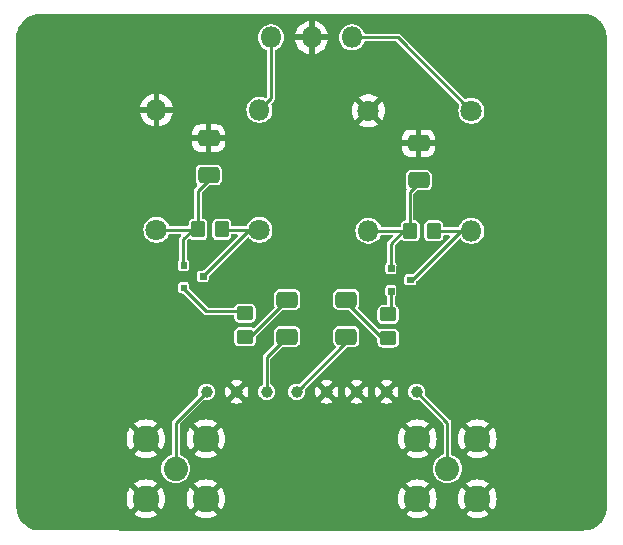
<source format=gbr>
%TF.GenerationSoftware,KiCad,Pcbnew,7.0.5*%
%TF.CreationDate,2023-06-22T18:40:55-05:00*%
%TF.ProjectId,Single.Channel.Amp,53696e67-6c65-42e4-9368-616e6e656c2e,rev?*%
%TF.SameCoordinates,Original*%
%TF.FileFunction,Copper,L1,Top*%
%TF.FilePolarity,Positive*%
%FSLAX46Y46*%
G04 Gerber Fmt 4.6, Leading zero omitted, Abs format (unit mm)*
G04 Created by KiCad (PCBNEW 7.0.5) date 2023-06-22 18:40:55*
%MOMM*%
%LPD*%
G01*
G04 APERTURE LIST*
G04 Aperture macros list*
%AMRoundRect*
0 Rectangle with rounded corners*
0 $1 Rounding radius*
0 $2 $3 $4 $5 $6 $7 $8 $9 X,Y pos of 4 corners*
0 Add a 4 corners polygon primitive as box body*
4,1,4,$2,$3,$4,$5,$6,$7,$8,$9,$2,$3,0*
0 Add four circle primitives for the rounded corners*
1,1,$1+$1,$2,$3*
1,1,$1+$1,$4,$5*
1,1,$1+$1,$6,$7*
1,1,$1+$1,$8,$9*
0 Add four rect primitives between the rounded corners*
20,1,$1+$1,$2,$3,$4,$5,0*
20,1,$1+$1,$4,$5,$6,$7,0*
20,1,$1+$1,$6,$7,$8,$9,0*
20,1,$1+$1,$8,$9,$2,$3,0*%
G04 Aperture macros list end*
%TA.AperFunction,NonConductor*%
%ADD10C,0.250000*%
%TD*%
%TA.AperFunction,NonConductor*%
%ADD11C,0.200000*%
%TD*%
%TA.AperFunction,EtchedComponent*%
%ADD12C,0.100000*%
%TD*%
%TA.AperFunction,ComponentPad*%
%ADD13C,2.050000*%
%TD*%
%TA.AperFunction,ComponentPad*%
%ADD14C,2.250000*%
%TD*%
%TA.AperFunction,SMDPad,CuDef*%
%ADD15RoundRect,0.250000X0.350000X0.450000X-0.350000X0.450000X-0.350000X-0.450000X0.350000X-0.450000X0*%
%TD*%
%TA.AperFunction,SMDPad,CuDef*%
%ADD16RoundRect,0.250000X0.650000X-0.412500X0.650000X0.412500X-0.650000X0.412500X-0.650000X-0.412500X0*%
%TD*%
%TA.AperFunction,SMDPad,CuDef*%
%ADD17RoundRect,0.250000X-0.450000X0.350000X-0.450000X-0.350000X0.450000X-0.350000X0.450000X0.350000X0*%
%TD*%
%TA.AperFunction,ComponentPad*%
%ADD18C,1.800000*%
%TD*%
%TA.AperFunction,ComponentPad*%
%ADD19O,1.800000X1.800000*%
%TD*%
%TA.AperFunction,SMDPad,CuDef*%
%ADD20RoundRect,0.250000X-0.650000X0.412500X-0.650000X-0.412500X0.650000X-0.412500X0.650000X0.412500X0*%
%TD*%
%TA.AperFunction,ComponentPad*%
%ADD21C,1.000000*%
%TD*%
%TA.AperFunction,Conductor*%
%ADD22C,0.250000*%
%TD*%
%TA.AperFunction,Conductor*%
%ADD23C,0.000000*%
%TD*%
G04 APERTURE END LIST*
D10*
X40780000Y-45742855D02*
X43600000Y-45742855D01*
X38815000Y-39630270D02*
X39635000Y-38810270D01*
X56395000Y-44007500D02*
X56395000Y-45842500D01*
X38815000Y-39630270D02*
X38815000Y-41755000D01*
D11*
X45220000Y-39560000D02*
X45220000Y-38835000D01*
D10*
X56402486Y-40027514D02*
X56402486Y-42120000D01*
X44317500Y-48067500D02*
X47412500Y-44972500D01*
X58182820Y-43117179D02*
X62507179Y-38792820D01*
X38872985Y-43835840D02*
X40780000Y-45742855D01*
X56402486Y-40027514D02*
X57547514Y-38882486D01*
X40442130Y-42817870D02*
X44415000Y-38845000D01*
X55890000Y-48250000D02*
X52665904Y-45025904D01*
D12*
%TO.C,MMBT3904*%
X39055000Y-41580000D02*
X38615000Y-41580000D01*
X38615000Y-41580000D02*
X38615000Y-42060000D01*
X38615000Y-42060000D02*
X39055000Y-42060000D01*
X39055000Y-42060000D02*
X39055000Y-41580000D01*
G36*
X39055000Y-41580000D02*
G01*
X38615000Y-41580000D01*
X38615000Y-42060000D01*
X39055000Y-42060000D01*
X39055000Y-41580000D01*
G37*
X40715000Y-42530000D02*
X40235000Y-42530000D01*
X40235000Y-42530000D02*
X40235000Y-43010000D01*
X40235000Y-43010000D02*
X40715000Y-43010000D01*
X40715000Y-43010000D02*
X40715000Y-42530000D01*
G36*
X40715000Y-42530000D02*
G01*
X40235000Y-42530000D01*
X40235000Y-43010000D01*
X40715000Y-43010000D01*
X40715000Y-42530000D01*
G37*
X39055000Y-43480000D02*
X38615000Y-43480000D01*
X38615000Y-43480000D02*
X38615000Y-43960000D01*
X38615000Y-43960000D02*
X39055000Y-43960000D01*
X39055000Y-43960000D02*
X39055000Y-43480000D01*
G36*
X39055000Y-43480000D02*
G01*
X38615000Y-43480000D01*
X38615000Y-43960000D01*
X39055000Y-43960000D01*
X39055000Y-43480000D01*
G37*
%TO.C,MMBT3906*%
X56620000Y-41855000D02*
X56180000Y-41855000D01*
X56180000Y-41855000D02*
X56180000Y-42335000D01*
X56180000Y-42335000D02*
X56620000Y-42335000D01*
X56620000Y-42335000D02*
X56620000Y-41855000D01*
G36*
X56620000Y-41855000D02*
G01*
X56180000Y-41855000D01*
X56180000Y-42335000D01*
X56620000Y-42335000D01*
X56620000Y-41855000D01*
G37*
X58280000Y-42805000D02*
X57800000Y-42805000D01*
X57800000Y-42805000D02*
X57800000Y-43285000D01*
X57800000Y-43285000D02*
X58280000Y-43285000D01*
X58280000Y-43285000D02*
X58280000Y-42805000D01*
G36*
X58280000Y-42805000D02*
G01*
X57800000Y-42805000D01*
X57800000Y-43285000D01*
X58280000Y-43285000D01*
X58280000Y-42805000D01*
G37*
X56620000Y-43755000D02*
X56180000Y-43755000D01*
X56180000Y-43755000D02*
X56180000Y-44235000D01*
X56180000Y-44235000D02*
X56620000Y-44235000D01*
X56620000Y-44235000D02*
X56620000Y-43755000D01*
G36*
X56620000Y-43755000D02*
G01*
X56180000Y-43755000D01*
X56180000Y-44235000D01*
X56620000Y-44235000D01*
X56620000Y-43755000D01*
G37*
%TD*%
D13*
%TO.P,REF\u002A\u002A,1*%
%TO.N,N/C*%
X38185000Y-59060000D03*
D14*
%TO.P,REF\u002A\u002A,2*%
%TO.N,GND*%
X35645000Y-56520000D03*
X35645000Y-61600000D03*
X40725000Y-56520000D03*
X40725000Y-61600000D03*
%TD*%
D13*
%TO.P,REF\u002A\u002A,1*%
%TO.N,N/C*%
X61185000Y-59060000D03*
D14*
%TO.P,REF\u002A\u002A,2*%
%TO.N,GND*%
X58645000Y-56520000D03*
X58645000Y-61600000D03*
X63725000Y-56520000D03*
X63725000Y-61600000D03*
%TD*%
D15*
%TO.P,1.0k\u03A9,1*%
%TO.N,N/C*%
X60035000Y-38915000D03*
%TO.P,1.0k\u03A9,2*%
X58035000Y-38915000D03*
%TD*%
D16*
%TO.P,10 uF,1*%
%TO.N,N/C*%
X58740000Y-34632500D03*
%TO.P,10 uF,2*%
%TO.N,GND*%
X58740000Y-31507500D03*
%TD*%
D17*
%TO.P,4.7\u03A9,1*%
%TO.N,N/C*%
X44040000Y-45900000D03*
%TO.P,4.7\u03A9,2*%
X44040000Y-47900000D03*
%TD*%
D18*
%TO.P,1N4XXX (7.5 V),1*%
%TO.N,N/C*%
X36550000Y-38835000D03*
D19*
%TO.P,1N4XXX (7.5 V),2*%
%TO.N,GND*%
X36550000Y-28675000D03*
%TD*%
D20*
%TO.P,10 uF,1*%
%TO.N,N/C*%
X52625000Y-44747500D03*
%TO.P,10 uF,2*%
X52625000Y-47872500D03*
%TD*%
D19*
%TO.P,,-*%
%TO.N,N/C*%
X53111459Y-22545000D03*
%TD*%
D15*
%TO.P,1.0k\u03A9,1*%
%TO.N,N/C*%
X42070000Y-38805000D03*
%TO.P,1.0k\u03A9,2*%
X40070000Y-38805000D03*
%TD*%
D19*
%TO.P,,GND*%
%TO.N,GND*%
X49685000Y-22545000D03*
%TD*%
%TO.P,,+*%
%TO.N,N/C*%
X46258541Y-22545000D03*
%TD*%
D16*
%TO.P,10 uF,1*%
%TO.N,N/C*%
X40960000Y-34202500D03*
%TO.P,10 uF,2*%
%TO.N,GND*%
X40960000Y-31077500D03*
%TD*%
D18*
%TO.P,1N4148,1*%
%TO.N,N/C*%
X45270000Y-38835000D03*
D19*
%TO.P,1N4148,2*%
X45270000Y-28675000D03*
%TD*%
D21*
%TO.P,REF\u002A\u002A,+V*%
%TO.N,N/C*%
X45875000Y-52550000D03*
%TO.P,REF\u002A\u002A,-V*%
X48415000Y-52550000D03*
%TO.P,REF\u002A\u002A,GND*%
%TO.N,GND*%
X56035000Y-52550000D03*
X53495000Y-52550000D03*
X50955000Y-52550000D03*
X43335000Y-52550000D03*
%TO.P,REF\u002A\u002A,input*%
%TO.N,N/C*%
X58575000Y-52550000D03*
%TO.P,REF\u002A\u002A,output*%
X40795000Y-52550000D03*
%TD*%
D18*
%TO.P,1N4XXX (7.5 V),1*%
%TO.N,GND*%
X54495000Y-28755000D03*
D19*
%TO.P,1N4XXX (7.5 V),2*%
%TO.N,N/C*%
X54495000Y-38915000D03*
%TD*%
D18*
%TO.P,1N4148,1*%
%TO.N,N/C*%
X63210000Y-28765000D03*
D19*
%TO.P,1N4148,2*%
X63210000Y-38925000D03*
%TD*%
D20*
%TO.P,10 uF,1*%
%TO.N,N/C*%
X47625000Y-44747500D03*
%TO.P,10 uF,2*%
X47625000Y-47872500D03*
%TD*%
D17*
%TO.P,4.7\u03A9,1*%
%TO.N,N/C*%
X56165000Y-46000000D03*
%TO.P,4.7\u03A9,2*%
X56165000Y-48000000D03*
%TD*%
D22*
%TO.N,*%
X61185000Y-55160000D02*
X61185000Y-59060000D01*
X38185000Y-55160000D02*
X38185000Y-59060000D01*
X40795000Y-52550000D02*
X38185000Y-55160000D01*
X58575000Y-52550000D02*
X61185000Y-55160000D01*
D23*
X40960000Y-34202500D02*
X40960000Y-34610000D01*
X58740000Y-34632500D02*
X58740000Y-34875000D01*
X40040000Y-38835000D02*
X40055000Y-38820000D01*
D22*
X42100000Y-38835000D02*
X42070000Y-38805000D01*
X56990000Y-22545000D02*
X63210000Y-28765000D01*
X54495000Y-38915000D02*
X58035000Y-38915000D01*
X40040000Y-38835000D02*
X36550000Y-38835000D01*
X60045000Y-38925000D02*
X63210000Y-38925000D01*
X58740000Y-34875000D02*
X57975000Y-35640000D01*
X60105000Y-38985000D02*
X60035000Y-38915000D01*
X53111459Y-22545000D02*
X56990000Y-22545000D01*
X46258541Y-22545000D02*
X46258541Y-27686459D01*
X52625000Y-48340000D02*
X48415000Y-52550000D01*
X40960000Y-34610000D02*
X40045000Y-35525000D01*
X45270000Y-38835000D02*
X42100000Y-38835000D01*
D23*
X40070000Y-38805000D02*
X40040000Y-38835000D01*
D22*
X46258541Y-27686459D02*
X45270000Y-28675000D01*
D23*
X58035000Y-38915000D02*
X58005000Y-38945000D01*
D22*
X40045000Y-35525000D02*
X40045000Y-38780000D01*
X45875000Y-49622500D02*
X45875000Y-52550000D01*
D23*
X57975000Y-38855000D02*
X58035000Y-38915000D01*
D22*
X60035000Y-38915000D02*
X60045000Y-38925000D01*
X57975000Y-35640000D02*
X57975000Y-38855000D01*
X52625000Y-47872500D02*
X52625000Y-48340000D01*
D23*
X40045000Y-38780000D02*
X40070000Y-38805000D01*
D22*
X47625000Y-47872500D02*
X45875000Y-49622500D01*
%TD*%
%TA.AperFunction,Conductor*%
%TO.N,GND*%
G36*
X72687018Y-20545633D02*
G01*
X72768796Y-20550993D01*
X72897221Y-20560177D01*
X72900794Y-20560537D01*
X72999836Y-20573455D01*
X73003874Y-20574120D01*
X73074439Y-20588156D01*
X73147448Y-20604038D01*
X73218656Y-20619529D01*
X73225390Y-20621398D01*
X73343646Y-20661540D01*
X73345198Y-20662093D01*
X73476750Y-20711160D01*
X73482483Y-20713635D01*
X73596830Y-20770024D01*
X73599042Y-20771173D01*
X73719913Y-20837173D01*
X73724641Y-20840037D01*
X73831649Y-20911537D01*
X73834358Y-20913454D01*
X73943652Y-20995271D01*
X73947345Y-20998265D01*
X74044502Y-21083469D01*
X74047448Y-21086228D01*
X74128579Y-21167359D01*
X74143755Y-21182535D01*
X74146529Y-21185497D01*
X74201759Y-21248474D01*
X74231726Y-21282645D01*
X74234742Y-21286366D01*
X74316545Y-21395643D01*
X74318462Y-21398352D01*
X74355071Y-21453139D01*
X74357477Y-21457045D01*
X74478077Y-21670105D01*
X74479728Y-21673225D01*
X74498619Y-21711533D01*
X74501467Y-21718288D01*
X74617734Y-22047042D01*
X74619867Y-22054543D01*
X74641843Y-22155561D01*
X74648203Y-22187539D01*
X74649030Y-22192924D01*
X74680008Y-22477370D01*
X74680240Y-22480026D01*
X74684367Y-22542966D01*
X74684500Y-22547024D01*
X74684500Y-62292976D01*
X74684367Y-62297033D01*
X74679021Y-62378585D01*
X74666015Y-62560432D01*
X74664980Y-62568112D01*
X74641845Y-62684426D01*
X74610470Y-62828653D01*
X74608595Y-62835408D01*
X74582020Y-62913696D01*
X74581599Y-62914896D01*
X74535307Y-63042600D01*
X74518843Y-63086738D01*
X74516357Y-63092496D01*
X74459992Y-63206795D01*
X74458794Y-63209100D01*
X74456670Y-63212989D01*
X74455589Y-63214887D01*
X74342878Y-63404946D01*
X74341101Y-63407767D01*
X74318472Y-63441634D01*
X74316554Y-63444345D01*
X74234740Y-63553634D01*
X74231720Y-63557360D01*
X74146530Y-63654501D01*
X74143755Y-63657463D01*
X74047464Y-63753755D01*
X74044502Y-63756529D01*
X73947357Y-63841723D01*
X73943631Y-63844744D01*
X73834359Y-63926543D01*
X73831649Y-63928461D01*
X73724641Y-63999961D01*
X73719907Y-64002828D01*
X73599086Y-64068802D01*
X73596794Y-64069992D01*
X73482499Y-64126356D01*
X73476740Y-64128842D01*
X73345271Y-64177878D01*
X73343533Y-64178497D01*
X73225402Y-64218597D01*
X73218646Y-64220472D01*
X73074408Y-64251848D01*
X72958118Y-64274980D01*
X72950438Y-64276015D01*
X72768585Y-64289021D01*
X72712608Y-64292690D01*
X72687025Y-64294367D01*
X72682976Y-64294500D01*
X40453021Y-64294500D01*
X40134453Y-64294395D01*
X26710000Y-64290000D01*
X26709115Y-64290000D01*
X26700900Y-64289451D01*
X26138996Y-64214234D01*
X26115591Y-64208750D01*
X26026461Y-64178495D01*
X26024723Y-64177876D01*
X25900485Y-64131538D01*
X25897522Y-64130345D01*
X25883107Y-64124105D01*
X25880314Y-64122813D01*
X25773221Y-64070000D01*
X25770930Y-64068810D01*
X25690659Y-64024980D01*
X25675507Y-64015213D01*
X25308770Y-63739130D01*
X25302217Y-63733437D01*
X25275321Y-63706541D01*
X25271147Y-63701927D01*
X25022255Y-63397310D01*
X25018713Y-63392525D01*
X24980029Y-63334631D01*
X24977180Y-63329925D01*
X24911173Y-63209042D01*
X24910005Y-63206791D01*
X24897630Y-63181697D01*
X24853635Y-63092483D01*
X24851156Y-63086740D01*
X24838334Y-63052363D01*
X24802103Y-62955224D01*
X24801531Y-62953618D01*
X24761395Y-62835383D01*
X24759531Y-62828666D01*
X24728158Y-62684451D01*
X24705015Y-62568102D01*
X24703985Y-62560459D01*
X24690978Y-62378585D01*
X24685632Y-62297019D01*
X24685500Y-62292993D01*
X24685500Y-61599999D01*
X34014975Y-61599999D01*
X34035042Y-61854989D01*
X34094752Y-62103702D01*
X34192634Y-62340012D01*
X34192636Y-62340015D01*
X34326275Y-62558095D01*
X34326286Y-62558110D01*
X34329533Y-62561911D01*
X34329535Y-62561911D01*
X34893766Y-61997679D01*
X34937316Y-62079822D01*
X35057009Y-62220735D01*
X35204195Y-62332623D01*
X35246402Y-62352150D01*
X34683087Y-62915464D01*
X34683087Y-62915465D01*
X34686888Y-62918712D01*
X34686898Y-62918719D01*
X34904984Y-63052363D01*
X34904987Y-63052365D01*
X35141297Y-63150247D01*
X35390011Y-63209957D01*
X35390010Y-63209957D01*
X35645000Y-63230024D01*
X35899989Y-63209957D01*
X36148702Y-63150247D01*
X36385012Y-63052365D01*
X36385015Y-63052363D01*
X36603103Y-62918719D01*
X36606912Y-62915464D01*
X36043609Y-62352161D01*
X36162431Y-62280669D01*
X36296658Y-62153523D01*
X36399861Y-62001309D01*
X36960464Y-62561912D01*
X36963719Y-62558103D01*
X37097363Y-62340015D01*
X37097365Y-62340012D01*
X37195247Y-62103702D01*
X37254957Y-61854989D01*
X37275024Y-61600000D01*
X39094975Y-61600000D01*
X39115042Y-61854989D01*
X39174752Y-62103702D01*
X39272634Y-62340012D01*
X39272636Y-62340015D01*
X39406275Y-62558095D01*
X39406286Y-62558110D01*
X39409533Y-62561911D01*
X39409535Y-62561911D01*
X39973766Y-61997679D01*
X40017316Y-62079822D01*
X40137009Y-62220735D01*
X40284195Y-62332623D01*
X40326402Y-62352150D01*
X39763087Y-62915464D01*
X39763087Y-62915465D01*
X39766888Y-62918712D01*
X39766898Y-62918719D01*
X39984984Y-63052363D01*
X39984987Y-63052365D01*
X40221297Y-63150247D01*
X40470011Y-63209957D01*
X40470010Y-63209957D01*
X40725000Y-63230024D01*
X40979989Y-63209957D01*
X41228702Y-63150247D01*
X41465012Y-63052365D01*
X41465015Y-63052363D01*
X41683103Y-62918719D01*
X41686912Y-62915464D01*
X41123609Y-62352161D01*
X41242431Y-62280669D01*
X41376658Y-62153523D01*
X41479861Y-62001309D01*
X42040464Y-62561912D01*
X42043719Y-62558103D01*
X42177363Y-62340015D01*
X42177365Y-62340012D01*
X42275247Y-62103702D01*
X42334957Y-61854989D01*
X42355024Y-61600000D01*
X57014975Y-61600000D01*
X57035042Y-61854989D01*
X57094752Y-62103702D01*
X57192634Y-62340012D01*
X57192636Y-62340015D01*
X57326275Y-62558095D01*
X57326286Y-62558110D01*
X57329533Y-62561911D01*
X57329535Y-62561911D01*
X57893766Y-61997679D01*
X57937316Y-62079822D01*
X58057009Y-62220735D01*
X58204195Y-62332623D01*
X58246402Y-62352150D01*
X57683087Y-62915464D01*
X57683087Y-62915465D01*
X57686888Y-62918712D01*
X57686898Y-62918719D01*
X57904984Y-63052363D01*
X57904987Y-63052365D01*
X58141297Y-63150247D01*
X58390011Y-63209957D01*
X58390010Y-63209957D01*
X58645000Y-63230024D01*
X58899989Y-63209957D01*
X59148702Y-63150247D01*
X59385012Y-63052365D01*
X59385015Y-63052363D01*
X59603103Y-62918719D01*
X59606912Y-62915464D01*
X59043609Y-62352161D01*
X59162431Y-62280669D01*
X59296658Y-62153523D01*
X59399860Y-62001309D01*
X59960464Y-62561912D01*
X59963719Y-62558103D01*
X60097363Y-62340015D01*
X60097365Y-62340012D01*
X60195247Y-62103702D01*
X60254957Y-61854989D01*
X60275024Y-61600000D01*
X62094975Y-61600000D01*
X62115042Y-61854989D01*
X62174752Y-62103702D01*
X62272634Y-62340012D01*
X62272636Y-62340015D01*
X62406275Y-62558095D01*
X62406286Y-62558110D01*
X62409533Y-62561911D01*
X62409535Y-62561911D01*
X62973766Y-61997679D01*
X63017316Y-62079822D01*
X63137009Y-62220735D01*
X63284195Y-62332623D01*
X63326402Y-62352150D01*
X62763087Y-62915464D01*
X62763087Y-62915465D01*
X62766888Y-62918712D01*
X62766898Y-62918719D01*
X62984984Y-63052363D01*
X62984987Y-63052365D01*
X63221297Y-63150247D01*
X63470011Y-63209957D01*
X63470010Y-63209957D01*
X63725000Y-63230024D01*
X63979989Y-63209957D01*
X64228702Y-63150247D01*
X64465012Y-63052365D01*
X64465015Y-63052363D01*
X64683103Y-62918719D01*
X64686912Y-62915464D01*
X64123609Y-62352161D01*
X64242431Y-62280669D01*
X64376658Y-62153523D01*
X64479861Y-62001309D01*
X65040464Y-62561912D01*
X65043719Y-62558103D01*
X65177363Y-62340015D01*
X65177365Y-62340012D01*
X65275247Y-62103702D01*
X65334957Y-61854989D01*
X65355024Y-61599999D01*
X65334957Y-61345010D01*
X65275247Y-61096297D01*
X65177365Y-60859987D01*
X65177363Y-60859984D01*
X65043719Y-60641898D01*
X65043712Y-60641888D01*
X65040465Y-60638087D01*
X65040464Y-60638087D01*
X64476232Y-61202319D01*
X64432684Y-61120178D01*
X64312991Y-60979265D01*
X64165805Y-60867377D01*
X64123597Y-60847849D01*
X64686911Y-60284535D01*
X64686911Y-60284533D01*
X64683110Y-60281286D01*
X64683095Y-60281275D01*
X64465015Y-60147636D01*
X64465012Y-60147634D01*
X64228702Y-60049752D01*
X63979988Y-59990042D01*
X63979989Y-59990042D01*
X63725000Y-59969975D01*
X63470010Y-59990042D01*
X63221297Y-60049752D01*
X62984987Y-60147634D01*
X62984984Y-60147636D01*
X62766897Y-60281280D01*
X62763087Y-60284534D01*
X63326390Y-60847837D01*
X63207569Y-60919331D01*
X63073342Y-61046477D01*
X62970138Y-61198691D01*
X62409534Y-60638087D01*
X62406280Y-60641897D01*
X62272636Y-60859984D01*
X62272634Y-60859987D01*
X62174752Y-61096297D01*
X62115042Y-61345010D01*
X62094975Y-61600000D01*
X60275024Y-61600000D01*
X60254957Y-61345010D01*
X60195247Y-61096297D01*
X60097365Y-60859987D01*
X60097363Y-60859984D01*
X59963719Y-60641898D01*
X59963712Y-60641888D01*
X59960465Y-60638087D01*
X59960464Y-60638087D01*
X59396232Y-61202319D01*
X59352684Y-61120178D01*
X59232991Y-60979265D01*
X59085805Y-60867377D01*
X59043596Y-60847849D01*
X59606911Y-60284535D01*
X59606911Y-60284533D01*
X59603110Y-60281286D01*
X59603095Y-60281275D01*
X59385015Y-60147636D01*
X59385012Y-60147634D01*
X59148702Y-60049752D01*
X58899988Y-59990042D01*
X58899989Y-59990042D01*
X58645000Y-59969975D01*
X58390010Y-59990042D01*
X58141297Y-60049752D01*
X57904987Y-60147634D01*
X57904984Y-60147636D01*
X57686897Y-60281280D01*
X57683087Y-60284534D01*
X58246390Y-60847838D01*
X58127569Y-60919331D01*
X57993342Y-61046477D01*
X57890138Y-61198691D01*
X57329534Y-60638087D01*
X57326280Y-60641897D01*
X57192636Y-60859984D01*
X57192634Y-60859987D01*
X57094752Y-61096297D01*
X57035042Y-61345010D01*
X57014975Y-61600000D01*
X42355024Y-61600000D01*
X42334957Y-61345010D01*
X42275247Y-61096297D01*
X42177365Y-60859987D01*
X42177363Y-60859984D01*
X42043719Y-60641898D01*
X42043712Y-60641888D01*
X42040465Y-60638087D01*
X42040464Y-60638087D01*
X41476232Y-61202319D01*
X41432684Y-61120178D01*
X41312991Y-60979265D01*
X41165805Y-60867377D01*
X41123596Y-60847849D01*
X41686911Y-60284535D01*
X41686911Y-60284533D01*
X41683110Y-60281286D01*
X41683095Y-60281275D01*
X41465015Y-60147636D01*
X41465012Y-60147634D01*
X41228702Y-60049752D01*
X40979988Y-59990042D01*
X40979989Y-59990042D01*
X40725000Y-59969975D01*
X40470010Y-59990042D01*
X40221297Y-60049752D01*
X39984987Y-60147634D01*
X39984984Y-60147636D01*
X39766897Y-60281280D01*
X39763087Y-60284534D01*
X40326391Y-60847837D01*
X40207569Y-60919331D01*
X40073342Y-61046477D01*
X39970138Y-61198691D01*
X39409534Y-60638087D01*
X39406280Y-60641897D01*
X39272636Y-60859984D01*
X39272634Y-60859987D01*
X39174752Y-61096297D01*
X39115042Y-61345010D01*
X39094975Y-61600000D01*
X37275024Y-61600000D01*
X37254957Y-61345010D01*
X37195247Y-61096297D01*
X37097365Y-60859987D01*
X37097363Y-60859984D01*
X36963719Y-60641898D01*
X36963712Y-60641888D01*
X36960465Y-60638087D01*
X36960464Y-60638087D01*
X36396232Y-61202319D01*
X36352684Y-61120178D01*
X36232991Y-60979265D01*
X36085805Y-60867377D01*
X36043597Y-60847849D01*
X36606911Y-60284535D01*
X36606911Y-60284533D01*
X36603110Y-60281286D01*
X36603095Y-60281275D01*
X36385015Y-60147636D01*
X36385012Y-60147634D01*
X36148702Y-60049752D01*
X35899988Y-59990042D01*
X35899989Y-59990042D01*
X35645000Y-59969975D01*
X35390010Y-59990042D01*
X35141297Y-60049752D01*
X34904987Y-60147634D01*
X34904984Y-60147636D01*
X34686897Y-60281280D01*
X34683087Y-60284534D01*
X35246390Y-60847837D01*
X35127569Y-60919331D01*
X34993342Y-61046477D01*
X34890138Y-61198691D01*
X34329534Y-60638087D01*
X34326280Y-60641897D01*
X34192636Y-60859984D01*
X34192634Y-60859987D01*
X34094752Y-61096297D01*
X34035042Y-61345010D01*
X34014975Y-61599999D01*
X24685500Y-61599999D01*
X24685500Y-59060001D01*
X36954819Y-59060001D01*
X36973507Y-59273613D01*
X36973509Y-59273624D01*
X37029005Y-59480739D01*
X37029007Y-59480743D01*
X37029008Y-59480747D01*
X37074320Y-59577919D01*
X37119631Y-59675090D01*
X37119632Y-59675091D01*
X37242627Y-59850745D01*
X37394255Y-60002373D01*
X37569909Y-60125368D01*
X37764253Y-60215992D01*
X37971381Y-60271492D01*
X38120442Y-60284533D01*
X38184998Y-60290181D01*
X38185000Y-60290181D01*
X38185002Y-60290181D01*
X38238404Y-60285508D01*
X38398619Y-60271492D01*
X38605747Y-60215992D01*
X38800091Y-60125368D01*
X38975745Y-60002373D01*
X39127373Y-59850745D01*
X39250368Y-59675091D01*
X39340992Y-59480747D01*
X39396492Y-59273619D01*
X39415181Y-59060000D01*
X39396492Y-58846381D01*
X39340992Y-58639253D01*
X39250368Y-58444910D01*
X39127373Y-58269255D01*
X38975745Y-58117627D01*
X38800091Y-57994632D01*
X38800092Y-57994632D01*
X38800090Y-57994631D01*
X38696370Y-57946266D01*
X38605747Y-57904008D01*
X38605744Y-57904007D01*
X38605742Y-57904006D01*
X38602401Y-57903111D01*
X38601095Y-57902315D01*
X38600661Y-57902157D01*
X38600692Y-57902069D01*
X38542742Y-57866744D01*
X38512216Y-57803895D01*
X38510500Y-57783338D01*
X38510500Y-56520000D01*
X39094975Y-56520000D01*
X39115042Y-56774989D01*
X39174752Y-57023702D01*
X39272634Y-57260012D01*
X39272636Y-57260015D01*
X39406275Y-57478095D01*
X39406286Y-57478110D01*
X39409533Y-57481911D01*
X39409535Y-57481911D01*
X39973766Y-56917679D01*
X40017316Y-56999822D01*
X40137009Y-57140735D01*
X40284195Y-57252623D01*
X40326402Y-57272150D01*
X39763087Y-57835464D01*
X39763087Y-57835465D01*
X39766888Y-57838712D01*
X39766898Y-57838719D01*
X39984984Y-57972363D01*
X39984987Y-57972365D01*
X40221297Y-58070247D01*
X40470011Y-58129957D01*
X40470010Y-58129957D01*
X40725000Y-58150024D01*
X40979989Y-58129957D01*
X41228702Y-58070247D01*
X41465012Y-57972365D01*
X41465015Y-57972363D01*
X41683103Y-57838719D01*
X41686912Y-57835464D01*
X41123609Y-57272161D01*
X41242431Y-57200669D01*
X41376658Y-57073523D01*
X41479861Y-56921309D01*
X42040464Y-57481912D01*
X42043719Y-57478103D01*
X42177363Y-57260015D01*
X42177365Y-57260012D01*
X42275247Y-57023702D01*
X42334957Y-56774989D01*
X42355024Y-56520000D01*
X57014975Y-56520000D01*
X57035042Y-56774989D01*
X57094752Y-57023702D01*
X57192634Y-57260012D01*
X57192636Y-57260015D01*
X57326275Y-57478095D01*
X57326286Y-57478110D01*
X57329533Y-57481911D01*
X57329535Y-57481911D01*
X57893766Y-56917679D01*
X57937316Y-56999822D01*
X58057009Y-57140735D01*
X58204195Y-57252623D01*
X58246402Y-57272150D01*
X57683087Y-57835464D01*
X57683087Y-57835465D01*
X57686888Y-57838712D01*
X57686898Y-57838719D01*
X57904984Y-57972363D01*
X57904987Y-57972365D01*
X58141297Y-58070247D01*
X58390011Y-58129957D01*
X58390010Y-58129957D01*
X58645000Y-58150024D01*
X58899989Y-58129957D01*
X59148702Y-58070247D01*
X59385012Y-57972365D01*
X59385015Y-57972363D01*
X59603103Y-57838719D01*
X59606912Y-57835464D01*
X59043609Y-57272161D01*
X59162431Y-57200669D01*
X59296658Y-57073523D01*
X59399860Y-56921309D01*
X59960464Y-57481912D01*
X59963719Y-57478103D01*
X60097363Y-57260015D01*
X60097365Y-57260012D01*
X60195247Y-57023702D01*
X60254957Y-56774989D01*
X60275024Y-56520000D01*
X60254957Y-56265010D01*
X60195247Y-56016297D01*
X60097365Y-55779987D01*
X60097363Y-55779984D01*
X59963719Y-55561898D01*
X59963712Y-55561888D01*
X59960465Y-55558087D01*
X59960464Y-55558087D01*
X59396232Y-56122319D01*
X59352684Y-56040178D01*
X59232991Y-55899265D01*
X59085805Y-55787377D01*
X59043596Y-55767849D01*
X59606911Y-55204535D01*
X59606911Y-55204533D01*
X59603110Y-55201286D01*
X59603095Y-55201275D01*
X59385015Y-55067636D01*
X59385012Y-55067634D01*
X59148702Y-54969752D01*
X58899988Y-54910042D01*
X58899989Y-54910042D01*
X58645000Y-54889975D01*
X58390010Y-54910042D01*
X58141297Y-54969752D01*
X57904987Y-55067634D01*
X57904984Y-55067636D01*
X57686897Y-55201280D01*
X57683087Y-55204534D01*
X58246390Y-55767838D01*
X58127569Y-55839331D01*
X57993342Y-55966477D01*
X57890138Y-56118691D01*
X57329534Y-55558087D01*
X57326280Y-55561897D01*
X57192636Y-55779984D01*
X57192634Y-55779987D01*
X57094752Y-56016297D01*
X57035042Y-56265010D01*
X57014975Y-56520000D01*
X42355024Y-56520000D01*
X42334957Y-56265010D01*
X42275247Y-56016297D01*
X42177365Y-55779987D01*
X42177363Y-55779984D01*
X42043719Y-55561898D01*
X42043712Y-55561888D01*
X42040465Y-55558087D01*
X42040464Y-55558087D01*
X41476232Y-56122319D01*
X41432684Y-56040178D01*
X41312991Y-55899265D01*
X41165805Y-55787377D01*
X41123597Y-55767849D01*
X41686911Y-55204535D01*
X41686911Y-55204533D01*
X41683110Y-55201286D01*
X41683095Y-55201275D01*
X41465015Y-55067636D01*
X41465012Y-55067634D01*
X41228702Y-54969752D01*
X40979988Y-54910042D01*
X40979989Y-54910042D01*
X40725000Y-54889975D01*
X40470010Y-54910042D01*
X40221297Y-54969752D01*
X39984987Y-55067634D01*
X39984984Y-55067636D01*
X39766897Y-55201280D01*
X39763087Y-55204534D01*
X40326390Y-55767837D01*
X40207569Y-55839331D01*
X40073342Y-55966477D01*
X39970138Y-56118691D01*
X39409534Y-55558087D01*
X39406280Y-55561897D01*
X39272636Y-55779984D01*
X39272634Y-55779987D01*
X39174752Y-56016297D01*
X39115042Y-56265010D01*
X39094975Y-56520000D01*
X38510500Y-56520000D01*
X38510500Y-55346188D01*
X38530185Y-55279149D01*
X38546819Y-55258507D01*
X38915351Y-54889975D01*
X40536048Y-53269277D01*
X40597369Y-53235794D01*
X40653403Y-53236563D01*
X40709941Y-53250499D01*
X40709942Y-53250500D01*
X40709944Y-53250500D01*
X40880056Y-53250500D01*
X41045225Y-53209790D01*
X41124692Y-53168081D01*
X41195849Y-53130736D01*
X41195850Y-53130734D01*
X41195852Y-53130734D01*
X41323183Y-53017929D01*
X41419818Y-52877930D01*
X41480140Y-52718872D01*
X41500645Y-52550000D01*
X42330161Y-52550000D01*
X42349468Y-52746030D01*
X42406652Y-52934538D01*
X42472922Y-53058522D01*
X42950096Y-52581349D01*
X42950051Y-52581898D01*
X42981266Y-52705162D01*
X43050813Y-52811612D01*
X43151157Y-52889713D01*
X43271422Y-52931000D01*
X43307553Y-52931000D01*
X42826476Y-53412076D01*
X42950466Y-53478350D01*
X43138969Y-53535531D01*
X43138965Y-53535531D01*
X43334999Y-53554838D01*
X43531032Y-53535531D01*
X43719537Y-53478348D01*
X43843522Y-53412076D01*
X43362448Y-52931000D01*
X43366569Y-52931000D01*
X43460421Y-52915339D01*
X43572251Y-52854820D01*
X43658371Y-52761269D01*
X43709448Y-52644823D01*
X43715105Y-52576551D01*
X44197077Y-53058523D01*
X44263348Y-52934539D01*
X44320531Y-52746032D01*
X44339838Y-52550000D01*
X44339838Y-52549999D01*
X45169355Y-52549999D01*
X45189859Y-52718869D01*
X45189860Y-52718874D01*
X45250182Y-52877931D01*
X45312475Y-52968177D01*
X45346817Y-53017929D01*
X45452505Y-53111560D01*
X45474150Y-53130736D01*
X45624773Y-53209789D01*
X45624775Y-53209790D01*
X45789944Y-53250500D01*
X45960056Y-53250500D01*
X46125225Y-53209790D01*
X46204692Y-53168081D01*
X46275849Y-53130736D01*
X46275850Y-53130734D01*
X46275852Y-53130734D01*
X46403183Y-53017929D01*
X46499818Y-52877930D01*
X46560140Y-52718872D01*
X46580645Y-52550000D01*
X47709355Y-52550000D01*
X47729859Y-52718869D01*
X47729860Y-52718874D01*
X47790182Y-52877931D01*
X47852475Y-52968177D01*
X47886817Y-53017929D01*
X47992505Y-53111560D01*
X48014150Y-53130736D01*
X48164773Y-53209789D01*
X48164775Y-53209790D01*
X48329944Y-53250500D01*
X48500056Y-53250500D01*
X48665225Y-53209790D01*
X48744692Y-53168081D01*
X48815849Y-53130736D01*
X48815850Y-53130734D01*
X48815852Y-53130734D01*
X48943183Y-53017929D01*
X49039818Y-52877930D01*
X49100140Y-52718872D01*
X49120645Y-52550000D01*
X49120645Y-52549999D01*
X49950161Y-52549999D01*
X49969468Y-52746030D01*
X50026652Y-52934538D01*
X50092922Y-53058522D01*
X50570096Y-52581348D01*
X50570051Y-52581898D01*
X50601266Y-52705162D01*
X50670813Y-52811612D01*
X50771157Y-52889713D01*
X50891422Y-52931000D01*
X50927553Y-52931000D01*
X50446476Y-53412076D01*
X50570466Y-53478350D01*
X50758969Y-53535531D01*
X50758965Y-53535531D01*
X50955000Y-53554838D01*
X51151032Y-53535531D01*
X51339537Y-53478348D01*
X51463522Y-53412076D01*
X50982448Y-52931000D01*
X50986569Y-52931000D01*
X51080421Y-52915339D01*
X51192251Y-52854820D01*
X51278371Y-52761269D01*
X51329448Y-52644823D01*
X51335105Y-52576552D01*
X51817076Y-53058522D01*
X51883348Y-52934537D01*
X51940531Y-52746032D01*
X51959838Y-52549999D01*
X52490161Y-52549999D01*
X52509468Y-52746030D01*
X52566652Y-52934538D01*
X52632922Y-53058522D01*
X53110096Y-52581349D01*
X53110051Y-52581898D01*
X53141266Y-52705162D01*
X53210813Y-52811612D01*
X53311157Y-52889713D01*
X53431422Y-52931000D01*
X53467553Y-52931000D01*
X52986476Y-53412076D01*
X53110466Y-53478350D01*
X53298969Y-53535531D01*
X53298965Y-53535531D01*
X53495000Y-53554838D01*
X53691032Y-53535531D01*
X53879537Y-53478348D01*
X54003522Y-53412076D01*
X53522448Y-52931000D01*
X53526569Y-52931000D01*
X53620421Y-52915339D01*
X53732251Y-52854820D01*
X53818371Y-52761269D01*
X53869448Y-52644823D01*
X53875105Y-52576551D01*
X54357077Y-53058523D01*
X54423348Y-52934539D01*
X54480531Y-52746032D01*
X54499838Y-52550000D01*
X55030161Y-52550000D01*
X55049468Y-52746030D01*
X55106652Y-52934538D01*
X55172922Y-53058522D01*
X55650096Y-52581348D01*
X55650051Y-52581898D01*
X55681266Y-52705162D01*
X55750813Y-52811612D01*
X55851157Y-52889713D01*
X55971422Y-52931000D01*
X56007553Y-52931000D01*
X55526476Y-53412076D01*
X55650466Y-53478350D01*
X55838969Y-53535531D01*
X55838965Y-53535531D01*
X56034999Y-53554838D01*
X56231032Y-53535531D01*
X56419537Y-53478348D01*
X56543522Y-53412076D01*
X56062448Y-52931000D01*
X56066569Y-52931000D01*
X56160421Y-52915339D01*
X56272251Y-52854820D01*
X56358371Y-52761269D01*
X56409448Y-52644823D01*
X56415105Y-52576553D01*
X56897076Y-53058522D01*
X56963348Y-52934537D01*
X57020531Y-52746032D01*
X57039838Y-52550000D01*
X57869355Y-52550000D01*
X57889859Y-52718869D01*
X57889860Y-52718874D01*
X57950182Y-52877931D01*
X58012475Y-52968177D01*
X58046817Y-53017929D01*
X58152505Y-53111560D01*
X58174150Y-53130736D01*
X58324773Y-53209789D01*
X58324775Y-53209790D01*
X58489944Y-53250500D01*
X58660058Y-53250500D01*
X58660058Y-53250499D01*
X58716596Y-53236564D01*
X58786397Y-53239632D01*
X58833953Y-53269279D01*
X60823180Y-55258507D01*
X60856665Y-55319830D01*
X60859499Y-55346188D01*
X60859500Y-57783338D01*
X60839815Y-57850377D01*
X60787012Y-57896132D01*
X60767599Y-57903111D01*
X60764257Y-57904006D01*
X60764253Y-57904008D01*
X60569910Y-57994631D01*
X60569908Y-57994632D01*
X60394259Y-58117623D01*
X60394253Y-58117628D01*
X60242628Y-58269253D01*
X60242623Y-58269259D01*
X60119632Y-58444908D01*
X60119631Y-58444910D01*
X60029009Y-58639251D01*
X60029005Y-58639260D01*
X59973509Y-58846375D01*
X59973507Y-58846386D01*
X59954819Y-59059998D01*
X59954819Y-59060001D01*
X59973507Y-59273613D01*
X59973509Y-59273624D01*
X60029005Y-59480739D01*
X60029007Y-59480743D01*
X60029008Y-59480747D01*
X60074320Y-59577919D01*
X60119631Y-59675090D01*
X60119632Y-59675091D01*
X60242627Y-59850745D01*
X60394255Y-60002373D01*
X60569909Y-60125368D01*
X60764253Y-60215992D01*
X60971381Y-60271492D01*
X61120442Y-60284533D01*
X61184998Y-60290181D01*
X61185000Y-60290181D01*
X61185002Y-60290181D01*
X61238404Y-60285508D01*
X61398619Y-60271492D01*
X61605747Y-60215992D01*
X61800091Y-60125368D01*
X61975745Y-60002373D01*
X62127373Y-59850745D01*
X62250368Y-59675091D01*
X62340992Y-59480747D01*
X62396492Y-59273619D01*
X62415181Y-59060000D01*
X62396492Y-58846381D01*
X62340992Y-58639253D01*
X62250368Y-58444910D01*
X62127373Y-58269255D01*
X61975745Y-58117627D01*
X61800091Y-57994632D01*
X61800092Y-57994632D01*
X61800090Y-57994631D01*
X61696370Y-57946266D01*
X61605747Y-57904008D01*
X61605744Y-57904007D01*
X61605742Y-57904006D01*
X61602401Y-57903111D01*
X61601095Y-57902315D01*
X61600661Y-57902157D01*
X61600692Y-57902069D01*
X61542742Y-57866744D01*
X61512216Y-57803895D01*
X61510500Y-57783338D01*
X61510500Y-56520000D01*
X62094975Y-56520000D01*
X62115042Y-56774989D01*
X62174752Y-57023702D01*
X62272634Y-57260012D01*
X62272636Y-57260015D01*
X62406275Y-57478095D01*
X62406286Y-57478110D01*
X62409533Y-57481911D01*
X62409535Y-57481911D01*
X62973766Y-56917679D01*
X63017316Y-56999822D01*
X63137009Y-57140735D01*
X63284195Y-57252623D01*
X63326402Y-57272150D01*
X62763087Y-57835464D01*
X62763087Y-57835465D01*
X62766888Y-57838712D01*
X62766898Y-57838719D01*
X62984984Y-57972363D01*
X62984987Y-57972365D01*
X63221297Y-58070247D01*
X63470011Y-58129957D01*
X63470010Y-58129957D01*
X63725000Y-58150024D01*
X63979989Y-58129957D01*
X64228702Y-58070247D01*
X64465012Y-57972365D01*
X64465015Y-57972363D01*
X64683103Y-57838719D01*
X64686912Y-57835464D01*
X64123609Y-57272161D01*
X64242431Y-57200669D01*
X64376658Y-57073523D01*
X64479861Y-56921309D01*
X65040464Y-57481912D01*
X65043719Y-57478103D01*
X65177363Y-57260015D01*
X65177365Y-57260012D01*
X65275247Y-57023702D01*
X65334957Y-56774989D01*
X65355024Y-56519999D01*
X65334957Y-56265010D01*
X65275247Y-56016297D01*
X65177365Y-55779987D01*
X65177363Y-55779984D01*
X65043719Y-55561898D01*
X65043712Y-55561888D01*
X65040465Y-55558087D01*
X65040464Y-55558087D01*
X64476232Y-56122319D01*
X64432684Y-56040178D01*
X64312991Y-55899265D01*
X64165805Y-55787377D01*
X64123597Y-55767849D01*
X64686911Y-55204535D01*
X64686911Y-55204533D01*
X64683110Y-55201286D01*
X64683095Y-55201275D01*
X64465015Y-55067636D01*
X64465012Y-55067634D01*
X64228702Y-54969752D01*
X63979988Y-54910042D01*
X63979989Y-54910042D01*
X63725000Y-54889975D01*
X63470010Y-54910042D01*
X63221297Y-54969752D01*
X62984987Y-55067634D01*
X62984984Y-55067636D01*
X62766897Y-55201280D01*
X62763087Y-55204534D01*
X63326390Y-55767837D01*
X63207569Y-55839331D01*
X63073342Y-55966477D01*
X62970138Y-56118691D01*
X62409534Y-55558087D01*
X62406280Y-55561897D01*
X62272636Y-55779984D01*
X62272634Y-55779987D01*
X62174752Y-56016297D01*
X62115042Y-56265010D01*
X62094975Y-56520000D01*
X61510500Y-56520000D01*
X61510500Y-56519999D01*
X61510500Y-55176885D01*
X61510733Y-55171532D01*
X61514263Y-55131193D01*
X61514262Y-55131192D01*
X61514263Y-55131190D01*
X61503786Y-55092092D01*
X61502617Y-55086824D01*
X61495588Y-55046955D01*
X61495587Y-55046954D01*
X61495587Y-55046951D01*
X61493765Y-55041947D01*
X61486815Y-55025168D01*
X61484554Y-55020319D01*
X61484553Y-55020318D01*
X61484553Y-55020316D01*
X61461333Y-54987154D01*
X61458435Y-54982604D01*
X61451015Y-54969752D01*
X61438194Y-54947545D01*
X61438191Y-54947542D01*
X61438190Y-54947541D01*
X61421189Y-54933276D01*
X61407182Y-54921522D01*
X61403210Y-54917883D01*
X59296774Y-52811448D01*
X59263290Y-52750126D01*
X59261360Y-52708821D01*
X59280645Y-52550000D01*
X59260140Y-52381128D01*
X59199818Y-52222070D01*
X59103183Y-52082071D01*
X58975852Y-51969266D01*
X58975849Y-51969263D01*
X58825226Y-51890210D01*
X58660056Y-51849500D01*
X58489944Y-51849500D01*
X58324773Y-51890210D01*
X58174150Y-51969263D01*
X58046816Y-52082072D01*
X57950182Y-52222068D01*
X57889860Y-52381125D01*
X57889859Y-52381130D01*
X57869355Y-52550000D01*
X57039838Y-52550000D01*
X57020531Y-52353967D01*
X56963350Y-52165466D01*
X56897076Y-52041476D01*
X56419903Y-52518648D01*
X56419949Y-52518102D01*
X56388734Y-52394838D01*
X56319187Y-52288388D01*
X56218843Y-52210287D01*
X56098578Y-52169000D01*
X56062447Y-52169000D01*
X56543522Y-51687922D01*
X56543522Y-51687921D01*
X56419538Y-51621652D01*
X56231030Y-51564468D01*
X56034999Y-51545161D01*
X55838969Y-51564468D01*
X55650461Y-51621652D01*
X55526476Y-51687922D01*
X56007554Y-52169000D01*
X56003431Y-52169000D01*
X55909579Y-52184661D01*
X55797749Y-52245180D01*
X55711629Y-52338731D01*
X55660552Y-52455177D01*
X55654894Y-52523446D01*
X55172923Y-52041475D01*
X55172922Y-52041476D01*
X55106652Y-52165461D01*
X55049468Y-52353969D01*
X55030161Y-52550000D01*
X54499838Y-52550000D01*
X54480531Y-52353967D01*
X54423350Y-52165466D01*
X54357076Y-52041476D01*
X53879903Y-52518646D01*
X53879949Y-52518102D01*
X53848734Y-52394838D01*
X53779187Y-52288388D01*
X53678843Y-52210287D01*
X53558578Y-52169000D01*
X53522447Y-52169000D01*
X54003522Y-51687922D01*
X54003522Y-51687921D01*
X53879538Y-51621652D01*
X53691030Y-51564468D01*
X53495000Y-51545161D01*
X53298969Y-51564468D01*
X53110461Y-51621652D01*
X52986476Y-51687922D01*
X53467554Y-52169000D01*
X53463431Y-52169000D01*
X53369579Y-52184661D01*
X53257749Y-52245180D01*
X53171629Y-52338731D01*
X53120552Y-52455177D01*
X53114894Y-52523447D01*
X52632922Y-52041476D01*
X52566652Y-52165461D01*
X52509468Y-52353969D01*
X52490161Y-52549999D01*
X51959838Y-52549999D01*
X51940531Y-52353967D01*
X51883350Y-52165466D01*
X51817076Y-52041476D01*
X51339903Y-52518648D01*
X51339949Y-52518102D01*
X51308734Y-52394838D01*
X51239187Y-52288388D01*
X51138843Y-52210287D01*
X51018578Y-52169000D01*
X50982447Y-52169000D01*
X51463522Y-51687922D01*
X51463522Y-51687921D01*
X51339538Y-51621652D01*
X51151030Y-51564468D01*
X50955000Y-51545161D01*
X50758969Y-51564468D01*
X50570461Y-51621652D01*
X50446476Y-51687922D01*
X50927554Y-52169000D01*
X50923431Y-52169000D01*
X50829579Y-52184661D01*
X50717749Y-52245180D01*
X50631629Y-52338731D01*
X50580552Y-52455177D01*
X50574894Y-52523446D01*
X50092923Y-52041475D01*
X50092922Y-52041476D01*
X50026652Y-52165461D01*
X49969468Y-52353969D01*
X49950161Y-52549999D01*
X49120645Y-52549999D01*
X49101360Y-52391176D01*
X49112820Y-52322253D01*
X49136772Y-52288552D01*
X52653506Y-48771819D01*
X52714830Y-48738334D01*
X52741188Y-48735500D01*
X53329270Y-48735500D01*
X53359699Y-48732646D01*
X53359701Y-48732646D01*
X53423790Y-48710219D01*
X53487882Y-48687793D01*
X53597150Y-48607150D01*
X53677793Y-48497882D01*
X53700219Y-48433790D01*
X53722646Y-48369701D01*
X53722646Y-48369699D01*
X53725500Y-48339269D01*
X53725500Y-47405730D01*
X53722646Y-47375300D01*
X53722646Y-47375298D01*
X53677824Y-47247207D01*
X53677793Y-47247118D01*
X53597150Y-47137850D01*
X53487882Y-47057207D01*
X53487880Y-47057206D01*
X53359700Y-47012353D01*
X53329270Y-47009500D01*
X53329266Y-47009500D01*
X51920734Y-47009500D01*
X51920730Y-47009500D01*
X51890300Y-47012353D01*
X51890298Y-47012353D01*
X51762119Y-47057206D01*
X51762117Y-47057207D01*
X51652850Y-47137850D01*
X51572207Y-47247117D01*
X51572206Y-47247119D01*
X51527353Y-47375298D01*
X51527353Y-47375300D01*
X51524500Y-47405730D01*
X51524500Y-48339269D01*
X51527353Y-48369699D01*
X51527353Y-48369701D01*
X51572206Y-48497880D01*
X51572207Y-48497882D01*
X51652850Y-48607150D01*
X51677691Y-48625483D01*
X51719941Y-48681130D01*
X51725400Y-48750786D01*
X51692332Y-48812336D01*
X51691738Y-48812934D01*
X48673953Y-51830719D01*
X48612630Y-51864204D01*
X48556599Y-51863435D01*
X48500059Y-51849500D01*
X48500056Y-51849500D01*
X48329944Y-51849500D01*
X48164773Y-51890210D01*
X48014150Y-51969263D01*
X47886816Y-52082072D01*
X47790182Y-52222068D01*
X47729860Y-52381125D01*
X47729859Y-52381130D01*
X47709355Y-52550000D01*
X46580645Y-52550000D01*
X46560140Y-52381128D01*
X46499818Y-52222070D01*
X46403183Y-52082071D01*
X46275852Y-51969266D01*
X46275850Y-51969265D01*
X46275849Y-51969264D01*
X46275844Y-51969260D01*
X46266871Y-51964551D01*
X46216659Y-51915965D01*
X46200499Y-51854756D01*
X46200499Y-51545161D01*
X46200499Y-49808683D01*
X46220184Y-49741648D01*
X46236813Y-49721011D01*
X47186006Y-48771819D01*
X47247330Y-48738334D01*
X47273688Y-48735500D01*
X48329270Y-48735500D01*
X48359699Y-48732646D01*
X48359701Y-48732646D01*
X48423790Y-48710219D01*
X48487882Y-48687793D01*
X48597150Y-48607150D01*
X48677793Y-48497882D01*
X48700219Y-48433790D01*
X48722646Y-48369701D01*
X48722646Y-48369699D01*
X48725500Y-48339269D01*
X48725500Y-47405730D01*
X48722646Y-47375300D01*
X48722646Y-47375298D01*
X48677824Y-47247207D01*
X48677793Y-47247118D01*
X48597150Y-47137850D01*
X48487882Y-47057207D01*
X48487880Y-47057206D01*
X48359700Y-47012353D01*
X48329270Y-47009500D01*
X48329266Y-47009500D01*
X46920734Y-47009500D01*
X46920730Y-47009500D01*
X46890300Y-47012353D01*
X46890298Y-47012353D01*
X46762119Y-47057206D01*
X46762117Y-47057207D01*
X46652850Y-47137850D01*
X46572207Y-47247117D01*
X46572206Y-47247119D01*
X46527353Y-47375298D01*
X46527353Y-47375300D01*
X46524500Y-47405730D01*
X46524500Y-48339269D01*
X46527353Y-48369699D01*
X46527353Y-48369700D01*
X46537941Y-48399958D01*
X46541502Y-48469737D01*
X46508580Y-48528592D01*
X45656803Y-49380370D01*
X45652814Y-49384025D01*
X45621805Y-49410045D01*
X45601562Y-49445106D01*
X45598656Y-49449666D01*
X45575446Y-49482813D01*
X45573206Y-49487617D01*
X45566229Y-49504461D01*
X45564410Y-49509459D01*
X45557383Y-49549311D01*
X45556212Y-49554591D01*
X45545735Y-49593691D01*
X45549264Y-49634013D01*
X45549500Y-49639420D01*
X45549500Y-51854757D01*
X45529815Y-51921796D01*
X45483131Y-51964551D01*
X45474149Y-51969265D01*
X45474148Y-51969266D01*
X45392640Y-52041476D01*
X45346816Y-52082072D01*
X45250182Y-52222068D01*
X45189860Y-52381125D01*
X45189859Y-52381130D01*
X45169355Y-52549999D01*
X44339838Y-52549999D01*
X44320531Y-52353967D01*
X44263350Y-52165466D01*
X44197076Y-52041476D01*
X43719903Y-52518647D01*
X43719949Y-52518102D01*
X43688734Y-52394838D01*
X43619187Y-52288388D01*
X43518843Y-52210287D01*
X43398578Y-52169000D01*
X43362447Y-52169000D01*
X43843522Y-51687922D01*
X43843522Y-51687921D01*
X43719538Y-51621652D01*
X43531030Y-51564468D01*
X43334999Y-51545161D01*
X43138969Y-51564468D01*
X42950461Y-51621652D01*
X42826476Y-51687922D01*
X43307554Y-52169000D01*
X43303431Y-52169000D01*
X43209579Y-52184661D01*
X43097749Y-52245180D01*
X43011629Y-52338731D01*
X42960552Y-52455177D01*
X42954894Y-52523447D01*
X42472922Y-52041476D01*
X42406652Y-52165461D01*
X42349468Y-52353969D01*
X42330161Y-52550000D01*
X41500645Y-52550000D01*
X41480140Y-52381128D01*
X41419818Y-52222070D01*
X41323183Y-52082071D01*
X41195852Y-51969266D01*
X41195849Y-51969263D01*
X41045226Y-51890210D01*
X40880056Y-51849500D01*
X40709944Y-51849500D01*
X40544773Y-51890210D01*
X40394150Y-51969263D01*
X40266816Y-52082072D01*
X40170182Y-52222068D01*
X40109860Y-52381125D01*
X40109859Y-52381130D01*
X40089355Y-52550000D01*
X40108639Y-52708820D01*
X40097179Y-52777743D01*
X40073224Y-52811447D01*
X37966803Y-54917870D01*
X37962814Y-54921525D01*
X37931805Y-54947545D01*
X37911562Y-54982606D01*
X37908656Y-54987166D01*
X37885446Y-55020313D01*
X37883206Y-55025117D01*
X37876229Y-55041961D01*
X37874410Y-55046959D01*
X37867383Y-55086811D01*
X37866212Y-55092091D01*
X37855735Y-55131191D01*
X37859264Y-55171513D01*
X37859500Y-55176920D01*
X37859500Y-57783338D01*
X37839815Y-57850377D01*
X37787011Y-57896132D01*
X37767599Y-57903111D01*
X37764257Y-57904006D01*
X37764253Y-57904008D01*
X37569910Y-57994631D01*
X37569908Y-57994632D01*
X37394259Y-58117623D01*
X37394253Y-58117628D01*
X37242628Y-58269253D01*
X37242623Y-58269259D01*
X37119632Y-58444908D01*
X37119631Y-58444910D01*
X37029009Y-58639251D01*
X37029005Y-58639260D01*
X36973509Y-58846375D01*
X36973507Y-58846386D01*
X36954819Y-59059998D01*
X36954819Y-59060001D01*
X24685500Y-59060001D01*
X24685500Y-56519999D01*
X34014975Y-56519999D01*
X34035042Y-56774989D01*
X34094752Y-57023702D01*
X34192634Y-57260012D01*
X34192636Y-57260015D01*
X34326275Y-57478095D01*
X34326286Y-57478110D01*
X34329533Y-57481911D01*
X34329535Y-57481911D01*
X34893766Y-56917679D01*
X34937316Y-56999822D01*
X35057009Y-57140735D01*
X35204195Y-57252623D01*
X35246402Y-57272150D01*
X34683087Y-57835464D01*
X34683087Y-57835465D01*
X34686888Y-57838712D01*
X34686898Y-57838719D01*
X34904984Y-57972363D01*
X34904987Y-57972365D01*
X35141297Y-58070247D01*
X35390011Y-58129957D01*
X35390010Y-58129957D01*
X35645000Y-58150024D01*
X35899989Y-58129957D01*
X36148702Y-58070247D01*
X36385012Y-57972365D01*
X36385015Y-57972363D01*
X36603103Y-57838719D01*
X36606912Y-57835464D01*
X36043609Y-57272161D01*
X36162431Y-57200669D01*
X36296658Y-57073523D01*
X36399861Y-56921309D01*
X36960464Y-57481912D01*
X36963719Y-57478103D01*
X37097363Y-57260015D01*
X37097365Y-57260012D01*
X37195247Y-57023702D01*
X37254957Y-56774989D01*
X37275024Y-56520000D01*
X37254957Y-56265010D01*
X37195247Y-56016297D01*
X37097365Y-55779987D01*
X37097363Y-55779984D01*
X36963719Y-55561898D01*
X36963712Y-55561888D01*
X36960465Y-55558087D01*
X36960464Y-55558087D01*
X36396232Y-56122319D01*
X36352684Y-56040178D01*
X36232991Y-55899265D01*
X36085805Y-55787377D01*
X36043597Y-55767849D01*
X36606911Y-55204535D01*
X36606911Y-55204533D01*
X36603110Y-55201286D01*
X36603095Y-55201275D01*
X36385015Y-55067636D01*
X36385012Y-55067634D01*
X36148702Y-54969752D01*
X35899988Y-54910042D01*
X35899989Y-54910042D01*
X35645000Y-54889975D01*
X35390010Y-54910042D01*
X35141297Y-54969752D01*
X34904987Y-55067634D01*
X34904984Y-55067636D01*
X34686897Y-55201280D01*
X34683087Y-55204534D01*
X35246390Y-55767837D01*
X35127569Y-55839331D01*
X34993342Y-55966477D01*
X34890138Y-56118691D01*
X34329534Y-55558087D01*
X34326280Y-55561897D01*
X34192636Y-55779984D01*
X34192634Y-55779987D01*
X34094752Y-56016297D01*
X34035042Y-56265010D01*
X34014975Y-56519999D01*
X24685500Y-56519999D01*
X24685500Y-48304269D01*
X43139500Y-48304269D01*
X43142353Y-48334699D01*
X43142353Y-48334701D01*
X43187206Y-48462880D01*
X43187207Y-48462882D01*
X43267850Y-48572150D01*
X43377118Y-48652793D01*
X43419845Y-48667744D01*
X43505299Y-48697646D01*
X43535730Y-48700500D01*
X43535734Y-48700500D01*
X44544270Y-48700500D01*
X44574699Y-48697646D01*
X44574701Y-48697646D01*
X44638790Y-48675219D01*
X44702882Y-48652793D01*
X44812150Y-48572150D01*
X44892793Y-48462882D01*
X44915219Y-48398790D01*
X44937646Y-48334701D01*
X44937646Y-48334699D01*
X44940500Y-48304269D01*
X44940500Y-47956188D01*
X44960185Y-47889149D01*
X44976819Y-47868507D01*
X47198507Y-45646819D01*
X47259830Y-45613334D01*
X47286188Y-45610500D01*
X48329270Y-45610500D01*
X48359699Y-45607646D01*
X48359701Y-45607646D01*
X48423790Y-45585219D01*
X48487882Y-45562793D01*
X48597150Y-45482150D01*
X48677793Y-45372882D01*
X48708818Y-45284218D01*
X48722646Y-45244701D01*
X48722646Y-45244699D01*
X48725500Y-45214269D01*
X51524500Y-45214269D01*
X51527353Y-45244699D01*
X51527353Y-45244701D01*
X51572206Y-45372880D01*
X51572207Y-45372882D01*
X51652850Y-45482150D01*
X51762118Y-45562793D01*
X51804845Y-45577743D01*
X51890299Y-45607646D01*
X51920730Y-45610500D01*
X51920734Y-45610500D01*
X52738812Y-45610500D01*
X52805851Y-45630185D01*
X52826493Y-45646819D01*
X55228181Y-48048507D01*
X55261666Y-48109830D01*
X55264500Y-48136188D01*
X55264499Y-48404269D01*
X55267353Y-48434699D01*
X55267353Y-48434701D01*
X55300208Y-48528592D01*
X55312207Y-48562882D01*
X55392850Y-48672150D01*
X55502118Y-48752793D01*
X55544845Y-48767744D01*
X55630299Y-48797646D01*
X55660730Y-48800500D01*
X55660734Y-48800500D01*
X56669270Y-48800500D01*
X56699699Y-48797646D01*
X56699701Y-48797646D01*
X56763790Y-48775219D01*
X56827882Y-48752793D01*
X56937150Y-48672150D01*
X57017793Y-48562882D01*
X57050386Y-48469737D01*
X57062646Y-48434701D01*
X57062646Y-48434699D01*
X57065500Y-48404269D01*
X57065500Y-47595730D01*
X57062646Y-47565300D01*
X57062646Y-47565298D01*
X57017793Y-47437119D01*
X57017792Y-47437117D01*
X56937150Y-47327850D01*
X56827882Y-47247207D01*
X56827880Y-47247206D01*
X56699700Y-47202353D01*
X56669270Y-47199500D01*
X56669266Y-47199500D01*
X55660734Y-47199500D01*
X55660730Y-47199500D01*
X55630303Y-47202353D01*
X55502116Y-47247207D01*
X55499032Y-47249484D01*
X55495071Y-47250930D01*
X55493903Y-47251548D01*
X55493818Y-47251388D01*
X55433403Y-47273454D01*
X55365233Y-47258136D01*
X55337720Y-47237393D01*
X54504596Y-46404269D01*
X55264500Y-46404269D01*
X55267353Y-46434699D01*
X55267353Y-46434701D01*
X55312206Y-46562880D01*
X55312207Y-46562882D01*
X55392850Y-46672150D01*
X55502118Y-46752793D01*
X55544845Y-46767744D01*
X55630299Y-46797646D01*
X55660730Y-46800500D01*
X55660734Y-46800500D01*
X56669270Y-46800500D01*
X56699699Y-46797646D01*
X56699701Y-46797646D01*
X56763790Y-46775219D01*
X56827882Y-46752793D01*
X56937150Y-46672150D01*
X57017793Y-46562882D01*
X57040219Y-46498790D01*
X57062646Y-46434701D01*
X57062646Y-46434699D01*
X57065500Y-46404269D01*
X57065500Y-45595730D01*
X57062646Y-45565300D01*
X57062646Y-45565298D01*
X57017793Y-45437119D01*
X57017792Y-45437117D01*
X56988679Y-45397670D01*
X56937150Y-45327850D01*
X56827882Y-45247207D01*
X56827880Y-45247206D01*
X56803542Y-45238689D01*
X56746767Y-45197966D01*
X56721022Y-45133013D01*
X56720500Y-45121649D01*
X56720500Y-44535401D01*
X56740185Y-44468362D01*
X56775610Y-44432298D01*
X56800601Y-44415601D01*
X56855966Y-44332740D01*
X56866312Y-44280730D01*
X56871689Y-44253700D01*
X56871690Y-44253689D01*
X56875408Y-44235000D01*
X56875408Y-44234999D01*
X56872883Y-44222306D01*
X56870500Y-44198114D01*
X56870500Y-43791885D01*
X56872883Y-43767691D01*
X56875077Y-43756666D01*
X56875408Y-43755000D01*
X56875408Y-43754998D01*
X56875408Y-43754997D01*
X56855966Y-43657261D01*
X56855966Y-43657260D01*
X56800601Y-43574399D01*
X56742384Y-43535500D01*
X56717739Y-43519033D01*
X56717736Y-43519032D01*
X56644675Y-43504500D01*
X56620001Y-43499592D01*
X56619999Y-43499592D01*
X56607306Y-43502117D01*
X56583114Y-43504500D01*
X56216886Y-43504500D01*
X56192694Y-43502117D01*
X56180001Y-43499592D01*
X56179999Y-43499592D01*
X56155325Y-43504500D01*
X56082263Y-43519032D01*
X56082260Y-43519033D01*
X55999399Y-43574399D01*
X55944033Y-43657261D01*
X55924592Y-43754997D01*
X55924592Y-43754998D01*
X55924592Y-43755000D01*
X55924923Y-43756666D01*
X55927117Y-43767691D01*
X55929500Y-43791885D01*
X55929500Y-44198114D01*
X55927117Y-44222306D01*
X55924592Y-44234999D01*
X55924592Y-44235001D01*
X55928499Y-44254642D01*
X55928506Y-44254680D01*
X55944032Y-44332735D01*
X55944033Y-44332739D01*
X55944034Y-44332740D01*
X55999399Y-44415601D01*
X56014388Y-44425616D01*
X56059194Y-44479227D01*
X56069500Y-44528720D01*
X56069500Y-45075500D01*
X56049815Y-45142539D01*
X55997011Y-45188294D01*
X55945500Y-45199500D01*
X55660730Y-45199500D01*
X55630300Y-45202353D01*
X55630298Y-45202353D01*
X55502119Y-45247206D01*
X55502117Y-45247207D01*
X55392850Y-45327850D01*
X55312207Y-45437117D01*
X55312206Y-45437119D01*
X55267353Y-45565298D01*
X55267353Y-45565300D01*
X55264500Y-45595730D01*
X55264500Y-46404269D01*
X54504596Y-46404269D01*
X53666374Y-45566048D01*
X53632889Y-45504725D01*
X53637873Y-45435033D01*
X53654283Y-45404735D01*
X53677793Y-45372882D01*
X53708818Y-45284218D01*
X53722646Y-45244701D01*
X53722646Y-45244699D01*
X53725500Y-45214269D01*
X53725500Y-44280730D01*
X53722646Y-44250300D01*
X53722646Y-44250298D01*
X53677793Y-44122119D01*
X53677792Y-44122117D01*
X53597150Y-44012850D01*
X53487882Y-43932207D01*
X53487880Y-43932206D01*
X53359700Y-43887353D01*
X53329270Y-43884500D01*
X53329266Y-43884500D01*
X51920734Y-43884500D01*
X51920730Y-43884500D01*
X51890300Y-43887353D01*
X51890298Y-43887353D01*
X51762119Y-43932206D01*
X51762117Y-43932207D01*
X51652850Y-44012850D01*
X51572207Y-44122117D01*
X51572206Y-44122119D01*
X51527353Y-44250298D01*
X51527353Y-44250300D01*
X51524500Y-44280730D01*
X51524500Y-45214269D01*
X48725500Y-45214269D01*
X48725500Y-44280730D01*
X48722646Y-44250300D01*
X48722646Y-44250298D01*
X48677793Y-44122119D01*
X48677792Y-44122117D01*
X48597150Y-44012850D01*
X48487882Y-43932207D01*
X48487880Y-43932206D01*
X48359700Y-43887353D01*
X48329270Y-43884500D01*
X48329266Y-43884500D01*
X46920734Y-43884500D01*
X46920730Y-43884500D01*
X46890300Y-43887353D01*
X46890298Y-43887353D01*
X46762119Y-43932206D01*
X46762117Y-43932207D01*
X46652850Y-44012850D01*
X46572207Y-44122117D01*
X46572206Y-44122119D01*
X46527353Y-44250298D01*
X46527353Y-44250300D01*
X46524500Y-44280730D01*
X46524500Y-45214269D01*
X46527353Y-45244699D01*
X46527353Y-45244700D01*
X46541181Y-45284218D01*
X46544742Y-45353997D01*
X46511820Y-45412852D01*
X44813226Y-47111446D01*
X44751903Y-47144931D01*
X44684590Y-47140806D01*
X44574701Y-47102354D01*
X44574699Y-47102353D01*
X44544270Y-47099500D01*
X44544266Y-47099500D01*
X43535734Y-47099500D01*
X43535730Y-47099500D01*
X43505300Y-47102353D01*
X43505298Y-47102353D01*
X43377119Y-47147206D01*
X43377117Y-47147207D01*
X43267850Y-47227850D01*
X43187207Y-47337117D01*
X43187206Y-47337119D01*
X43142353Y-47465298D01*
X43142353Y-47465300D01*
X43139500Y-47495730D01*
X43139500Y-48304269D01*
X24685500Y-48304269D01*
X24685500Y-43960001D01*
X38359592Y-43960001D01*
X38363499Y-43979642D01*
X38363506Y-43979680D01*
X38379032Y-44057735D01*
X38379033Y-44057739D01*
X38379034Y-44057740D01*
X38434399Y-44140601D01*
X38517260Y-44195966D01*
X38528059Y-44198114D01*
X38614998Y-44215408D01*
X38615000Y-44215408D01*
X38615001Y-44215408D01*
X38627694Y-44212883D01*
X38651886Y-44210500D01*
X38735957Y-44210500D01*
X38802996Y-44230185D01*
X38823637Y-44246818D01*
X39698467Y-45121649D01*
X40537868Y-45961050D01*
X40541523Y-45965039D01*
X40567541Y-45996045D01*
X40567542Y-45996046D01*
X40567545Y-45996049D01*
X40596387Y-46012700D01*
X40602604Y-46016290D01*
X40607154Y-46019188D01*
X40640316Y-46042408D01*
X40640318Y-46042408D01*
X40640319Y-46042409D01*
X40645168Y-46044670D01*
X40661947Y-46051620D01*
X40666952Y-46053442D01*
X40666953Y-46053442D01*
X40666955Y-46053443D01*
X40706829Y-46060473D01*
X40712092Y-46061641D01*
X40723907Y-46064806D01*
X40751193Y-46072118D01*
X40791510Y-46068590D01*
X40796912Y-46068355D01*
X43015500Y-46068355D01*
X43082539Y-46088040D01*
X43128294Y-46140844D01*
X43139500Y-46192355D01*
X43139500Y-46304269D01*
X43142353Y-46334699D01*
X43142353Y-46334701D01*
X43187206Y-46462880D01*
X43187207Y-46462882D01*
X43267850Y-46572150D01*
X43377118Y-46652793D01*
X43419845Y-46667744D01*
X43505299Y-46697646D01*
X43535730Y-46700500D01*
X43535734Y-46700500D01*
X44544270Y-46700500D01*
X44574699Y-46697646D01*
X44574701Y-46697646D01*
X44638790Y-46675219D01*
X44702882Y-46652793D01*
X44812150Y-46572150D01*
X44892793Y-46462882D01*
X44915219Y-46398790D01*
X44937646Y-46334701D01*
X44937646Y-46334699D01*
X44940500Y-46304269D01*
X44940500Y-45495730D01*
X44937646Y-45465300D01*
X44937646Y-45465298D01*
X44892793Y-45337119D01*
X44892792Y-45337117D01*
X44853751Y-45284218D01*
X44812150Y-45227850D01*
X44702882Y-45147207D01*
X44702880Y-45147206D01*
X44574700Y-45102353D01*
X44544270Y-45099500D01*
X44544266Y-45099500D01*
X43535734Y-45099500D01*
X43535730Y-45099500D01*
X43505300Y-45102353D01*
X43505298Y-45102353D01*
X43377119Y-45147206D01*
X43377117Y-45147207D01*
X43267850Y-45227850D01*
X43187207Y-45337117D01*
X43182867Y-45345331D01*
X43180994Y-45344341D01*
X43147472Y-45391083D01*
X43082520Y-45416833D01*
X43071149Y-45417355D01*
X40966189Y-45417355D01*
X40899150Y-45397670D01*
X40878508Y-45381036D01*
X39341819Y-43844347D01*
X39308334Y-43783024D01*
X39305500Y-43756666D01*
X39305500Y-43516885D01*
X39307883Y-43492691D01*
X39310408Y-43479998D01*
X39310408Y-43479997D01*
X39290966Y-43382261D01*
X39290966Y-43382260D01*
X39235601Y-43299399D01*
X39214052Y-43285001D01*
X57544592Y-43285001D01*
X57548499Y-43304642D01*
X57548506Y-43304680D01*
X57564032Y-43382735D01*
X57564033Y-43382739D01*
X57564034Y-43382740D01*
X57619399Y-43465601D01*
X57702260Y-43520966D01*
X57734839Y-43527446D01*
X57799998Y-43540408D01*
X57800000Y-43540408D01*
X57800001Y-43540408D01*
X57812694Y-43537883D01*
X57836886Y-43535500D01*
X58243114Y-43535500D01*
X58267306Y-43537883D01*
X58279999Y-43540408D01*
X58280000Y-43540408D01*
X58280002Y-43540408D01*
X58328870Y-43530687D01*
X58377740Y-43520966D01*
X58460601Y-43465601D01*
X58515966Y-43382740D01*
X58516061Y-43382260D01*
X58531689Y-43303700D01*
X58531690Y-43303689D01*
X58535408Y-43285000D01*
X58535407Y-43284994D01*
X58535407Y-43276284D01*
X58555088Y-43209244D01*
X58571717Y-43188607D01*
X62162329Y-39597994D01*
X62223650Y-39564511D01*
X62293342Y-39569495D01*
X62348962Y-39610951D01*
X62393234Y-39669577D01*
X62393236Y-39669580D01*
X62543958Y-39806980D01*
X62543960Y-39806982D01*
X62620996Y-39854680D01*
X62717363Y-39914348D01*
X62907544Y-39988024D01*
X63108024Y-40025500D01*
X63108026Y-40025500D01*
X63311974Y-40025500D01*
X63311976Y-40025500D01*
X63512456Y-39988024D01*
X63702637Y-39914348D01*
X63876041Y-39806981D01*
X64026764Y-39669579D01*
X64149673Y-39506821D01*
X64240582Y-39324250D01*
X64296397Y-39128083D01*
X64315215Y-38925000D01*
X64306875Y-38835000D01*
X64296397Y-38721917D01*
X64261566Y-38599500D01*
X64240582Y-38525750D01*
X64235597Y-38515739D01*
X64149673Y-38343180D01*
X64149673Y-38343179D01*
X64081708Y-38253179D01*
X64026762Y-38180418D01*
X63876041Y-38043019D01*
X63876039Y-38043017D01*
X63702642Y-37935655D01*
X63702635Y-37935651D01*
X63586085Y-37890500D01*
X63512456Y-37861976D01*
X63311976Y-37824500D01*
X63108024Y-37824500D01*
X62907544Y-37861976D01*
X62907541Y-37861976D01*
X62907541Y-37861977D01*
X62717364Y-37935651D01*
X62717357Y-37935655D01*
X62543960Y-38043017D01*
X62543958Y-38043019D01*
X62393237Y-38180418D01*
X62270325Y-38343180D01*
X62176917Y-38530771D01*
X62129414Y-38582009D01*
X62065917Y-38599500D01*
X60959500Y-38599500D01*
X60892461Y-38579815D01*
X60846706Y-38527011D01*
X60835500Y-38475500D01*
X60835500Y-38410730D01*
X60832646Y-38380300D01*
X60832646Y-38380298D01*
X60794154Y-38270298D01*
X60787793Y-38252118D01*
X60707150Y-38142850D01*
X60597882Y-38062207D01*
X60597880Y-38062206D01*
X60469700Y-38017353D01*
X60439270Y-38014500D01*
X60439266Y-38014500D01*
X59630734Y-38014500D01*
X59630730Y-38014500D01*
X59600300Y-38017353D01*
X59600298Y-38017353D01*
X59472119Y-38062206D01*
X59472117Y-38062207D01*
X59362850Y-38142850D01*
X59282207Y-38252117D01*
X59282206Y-38252119D01*
X59237353Y-38380298D01*
X59237353Y-38380300D01*
X59234500Y-38410730D01*
X59234500Y-39419269D01*
X59237353Y-39449699D01*
X59237353Y-39449701D01*
X59281951Y-39577150D01*
X59282207Y-39577882D01*
X59362850Y-39687150D01*
X59472118Y-39767793D01*
X59514845Y-39782744D01*
X59600299Y-39812646D01*
X59630730Y-39815500D01*
X59630734Y-39815500D01*
X60439270Y-39815500D01*
X60469699Y-39812646D01*
X60469701Y-39812646D01*
X60542134Y-39787300D01*
X60597882Y-39767793D01*
X60707150Y-39687150D01*
X60787793Y-39577882D01*
X60814241Y-39502299D01*
X60832646Y-39449701D01*
X60832646Y-39449699D01*
X60835500Y-39419269D01*
X60835500Y-39374500D01*
X60855185Y-39307461D01*
X60907989Y-39261706D01*
X60959500Y-39250500D01*
X61289811Y-39250500D01*
X61356850Y-39270185D01*
X61402605Y-39322989D01*
X61412549Y-39392147D01*
X61383524Y-39455703D01*
X61377492Y-39462181D01*
X58321491Y-42518181D01*
X58260168Y-42551666D01*
X58233810Y-42554500D01*
X57836886Y-42554500D01*
X57812694Y-42552117D01*
X57800001Y-42549592D01*
X57799999Y-42549592D01*
X57775325Y-42554500D01*
X57702263Y-42569032D01*
X57702260Y-42569033D01*
X57619399Y-42624399D01*
X57564033Y-42707261D01*
X57544592Y-42804997D01*
X57544592Y-42804998D01*
X57544592Y-42805000D01*
X57544828Y-42806187D01*
X57547117Y-42817691D01*
X57549500Y-42841885D01*
X57549500Y-43248114D01*
X57547117Y-43272306D01*
X57544592Y-43284999D01*
X57544592Y-43285001D01*
X39214052Y-43285001D01*
X39177123Y-43260326D01*
X39152739Y-43244033D01*
X39152736Y-43244032D01*
X39079675Y-43229500D01*
X39055001Y-43224592D01*
X39054999Y-43224592D01*
X39042306Y-43227117D01*
X39018114Y-43229500D01*
X38651886Y-43229500D01*
X38627694Y-43227117D01*
X38615001Y-43224592D01*
X38614999Y-43224592D01*
X38590325Y-43229500D01*
X38517263Y-43244032D01*
X38517260Y-43244033D01*
X38434399Y-43299399D01*
X38379033Y-43382261D01*
X38359592Y-43479997D01*
X38359592Y-43479998D01*
X38362117Y-43492691D01*
X38364500Y-43516885D01*
X38364500Y-43923114D01*
X38362117Y-43947306D01*
X38359592Y-43959999D01*
X38359592Y-43960001D01*
X24685500Y-43960001D01*
X24685500Y-43010001D01*
X39979592Y-43010001D01*
X39983499Y-43029642D01*
X39983506Y-43029680D01*
X39999032Y-43107735D01*
X39999033Y-43107739D01*
X39999034Y-43107740D01*
X40054399Y-43190601D01*
X40137260Y-43245966D01*
X40148059Y-43248114D01*
X40234998Y-43265408D01*
X40235000Y-43265408D01*
X40235001Y-43265408D01*
X40247694Y-43262883D01*
X40271886Y-43260500D01*
X40678114Y-43260500D01*
X40702306Y-43262883D01*
X40714999Y-43265408D01*
X40715000Y-43265408D01*
X40715002Y-43265408D01*
X40763870Y-43255687D01*
X40812740Y-43245966D01*
X40895601Y-43190601D01*
X40950966Y-43107740D01*
X40950967Y-43107735D01*
X40966689Y-43028700D01*
X40966690Y-43028689D01*
X40970408Y-43010000D01*
X40970408Y-43009999D01*
X40967883Y-42997306D01*
X40965500Y-42973114D01*
X40965500Y-42806187D01*
X40985185Y-42739148D01*
X41001819Y-42718506D01*
X42450750Y-41269575D01*
X44218027Y-39502297D01*
X44279348Y-39468814D01*
X44349040Y-39473798D01*
X44404658Y-39515252D01*
X44453236Y-39579579D01*
X44453238Y-39579581D01*
X44603958Y-39716980D01*
X44603960Y-39716982D01*
X44681666Y-39765095D01*
X44777363Y-39824348D01*
X44967544Y-39898024D01*
X45168024Y-39935500D01*
X45168026Y-39935500D01*
X45371974Y-39935500D01*
X45371976Y-39935500D01*
X45572456Y-39898024D01*
X45762637Y-39824348D01*
X45936041Y-39716981D01*
X46064122Y-39600219D01*
X46086762Y-39579581D01*
X46086764Y-39579579D01*
X46209673Y-39416821D01*
X46300582Y-39234250D01*
X46356397Y-39038083D01*
X46367802Y-38915000D01*
X53389785Y-38915000D01*
X53408602Y-39118082D01*
X53464417Y-39314247D01*
X53464422Y-39314260D01*
X53555327Y-39496821D01*
X53678237Y-39659581D01*
X53828958Y-39796980D01*
X53828960Y-39796982D01*
X53873152Y-39824344D01*
X54002363Y-39904348D01*
X54192544Y-39978024D01*
X54393024Y-40015500D01*
X54393026Y-40015500D01*
X54596974Y-40015500D01*
X54596976Y-40015500D01*
X54797456Y-39978024D01*
X54987637Y-39904348D01*
X55161041Y-39796981D01*
X55300792Y-39669581D01*
X55311762Y-39659581D01*
X55311764Y-39659579D01*
X55434673Y-39496821D01*
X55456555Y-39452876D01*
X55528083Y-39309229D01*
X55575586Y-39257991D01*
X55639083Y-39240500D01*
X56429812Y-39240500D01*
X56496851Y-39260185D01*
X56542606Y-39312989D01*
X56552550Y-39382147D01*
X56523525Y-39445703D01*
X56517511Y-39452161D01*
X56346540Y-39623133D01*
X56184288Y-39785384D01*
X56180300Y-39789039D01*
X56149291Y-39815059D01*
X56129048Y-39850120D01*
X56126142Y-39854680D01*
X56102932Y-39887827D01*
X56100692Y-39892631D01*
X56093715Y-39909475D01*
X56091896Y-39914473D01*
X56084869Y-39954325D01*
X56083698Y-39959606D01*
X56073221Y-39998706D01*
X56076749Y-40039024D01*
X56076985Y-40044430D01*
X56076985Y-41556277D01*
X56057300Y-41623316D01*
X56021878Y-41659378D01*
X55999399Y-41674398D01*
X55944033Y-41757261D01*
X55924592Y-41854997D01*
X55924592Y-41854998D01*
X55927117Y-41867691D01*
X55929500Y-41891885D01*
X55929500Y-42298114D01*
X55927117Y-42322306D01*
X55924592Y-42334999D01*
X55924592Y-42335001D01*
X55928499Y-42354642D01*
X55928506Y-42354680D01*
X55944032Y-42432735D01*
X55944033Y-42432739D01*
X55944034Y-42432740D01*
X55999399Y-42515601D01*
X56082260Y-42570966D01*
X56114839Y-42577446D01*
X56179998Y-42590408D01*
X56180000Y-42590408D01*
X56180001Y-42590408D01*
X56192694Y-42587883D01*
X56216886Y-42585500D01*
X56583114Y-42585500D01*
X56607306Y-42587883D01*
X56619999Y-42590408D01*
X56620000Y-42590408D01*
X56620002Y-42590408D01*
X56668870Y-42580687D01*
X56717740Y-42570966D01*
X56800601Y-42515601D01*
X56855966Y-42432740D01*
X56856061Y-42432260D01*
X56871689Y-42353700D01*
X56871690Y-42353689D01*
X56872544Y-42349399D01*
X56875408Y-42335000D01*
X56872883Y-42322306D01*
X56870500Y-42298114D01*
X56870500Y-41891885D01*
X56872883Y-41867691D01*
X56875408Y-41854998D01*
X56875408Y-41854997D01*
X56855966Y-41757261D01*
X56855966Y-41757260D01*
X56800601Y-41674399D01*
X56783095Y-41662702D01*
X56738290Y-41609089D01*
X56727986Y-41559600D01*
X56727986Y-41269575D01*
X56727986Y-40213697D01*
X56747670Y-40146662D01*
X56764295Y-40126029D01*
X57195525Y-39694799D01*
X57256846Y-39661316D01*
X57326538Y-39666300D01*
X57356838Y-39682712D01*
X57362848Y-39687147D01*
X57362850Y-39687150D01*
X57472118Y-39767793D01*
X57514845Y-39782744D01*
X57600299Y-39812646D01*
X57630730Y-39815500D01*
X57630734Y-39815500D01*
X58439270Y-39815500D01*
X58469699Y-39812646D01*
X58469701Y-39812646D01*
X58542134Y-39787300D01*
X58597882Y-39767793D01*
X58707150Y-39687150D01*
X58787793Y-39577882D01*
X58814241Y-39502299D01*
X58832646Y-39449701D01*
X58832646Y-39449699D01*
X58835500Y-39419269D01*
X58835500Y-38410730D01*
X58832646Y-38380300D01*
X58832646Y-38380298D01*
X58794154Y-38270298D01*
X58787793Y-38252118D01*
X58707150Y-38142850D01*
X58597882Y-38062207D01*
X58597880Y-38062206D01*
X58469700Y-38017353D01*
X58439270Y-38014500D01*
X58439266Y-38014500D01*
X58424500Y-38014500D01*
X58357461Y-37994815D01*
X58311706Y-37942011D01*
X58300500Y-37890500D01*
X58300500Y-35826188D01*
X58320185Y-35759149D01*
X58336819Y-35738507D01*
X58543507Y-35531819D01*
X58604830Y-35498334D01*
X58631188Y-35495500D01*
X59444270Y-35495500D01*
X59474699Y-35492646D01*
X59474701Y-35492646D01*
X59553864Y-35464945D01*
X59602882Y-35447793D01*
X59712150Y-35367150D01*
X59792793Y-35257882D01*
X59815219Y-35193790D01*
X59837646Y-35129701D01*
X59837646Y-35129699D01*
X59840500Y-35099269D01*
X59840500Y-34165730D01*
X59837646Y-34135300D01*
X59837646Y-34135298D01*
X59792793Y-34007119D01*
X59792792Y-34007117D01*
X59712150Y-33897850D01*
X59602882Y-33817207D01*
X59602880Y-33817206D01*
X59474700Y-33772353D01*
X59444270Y-33769500D01*
X59444266Y-33769500D01*
X58035734Y-33769500D01*
X58035730Y-33769500D01*
X58005300Y-33772353D01*
X58005298Y-33772353D01*
X57877119Y-33817206D01*
X57877117Y-33817207D01*
X57767850Y-33897850D01*
X57687207Y-34007117D01*
X57687206Y-34007119D01*
X57642353Y-34135298D01*
X57642353Y-34135300D01*
X57639500Y-34165730D01*
X57639500Y-35099269D01*
X57642353Y-35129699D01*
X57642353Y-35129701D01*
X57687206Y-35257880D01*
X57687207Y-35257882D01*
X57708346Y-35286525D01*
X57713369Y-35293330D01*
X57737340Y-35358959D01*
X57722024Y-35427130D01*
X57720984Y-35428967D01*
X57701562Y-35462605D01*
X57698656Y-35467166D01*
X57675446Y-35500313D01*
X57673206Y-35505117D01*
X57666229Y-35521961D01*
X57664410Y-35526959D01*
X57657383Y-35566811D01*
X57656212Y-35572091D01*
X57645735Y-35611191D01*
X57649264Y-35651513D01*
X57649500Y-35656920D01*
X57649500Y-37912155D01*
X57629815Y-37979194D01*
X57577011Y-38024949D01*
X57566456Y-38029196D01*
X57472117Y-38062207D01*
X57362850Y-38142850D01*
X57282207Y-38252117D01*
X57282206Y-38252119D01*
X57237353Y-38380298D01*
X57237353Y-38380300D01*
X57234500Y-38410730D01*
X57234500Y-38465500D01*
X57214815Y-38532539D01*
X57162011Y-38578294D01*
X57110500Y-38589500D01*
X55639083Y-38589500D01*
X55572044Y-38569815D01*
X55528083Y-38520771D01*
X55434674Y-38333180D01*
X55311762Y-38170418D01*
X55161041Y-38033019D01*
X55161039Y-38033017D01*
X54987642Y-37925655D01*
X54987635Y-37925651D01*
X54868383Y-37879453D01*
X54797456Y-37851976D01*
X54596976Y-37814500D01*
X54393024Y-37814500D01*
X54192544Y-37851976D01*
X54192541Y-37851976D01*
X54192541Y-37851977D01*
X54002364Y-37925651D01*
X54002357Y-37925655D01*
X53828960Y-38033017D01*
X53828958Y-38033019D01*
X53678237Y-38170418D01*
X53555327Y-38333178D01*
X53464422Y-38515739D01*
X53464417Y-38515752D01*
X53408602Y-38711917D01*
X53389785Y-38914999D01*
X53389785Y-38915000D01*
X46367802Y-38915000D01*
X46375215Y-38835000D01*
X46356397Y-38631917D01*
X46300582Y-38435750D01*
X46272971Y-38380300D01*
X46254487Y-38343178D01*
X46209673Y-38253179D01*
X46147175Y-38170418D01*
X46086762Y-38090418D01*
X45936041Y-37953019D01*
X45936039Y-37953017D01*
X45762642Y-37845655D01*
X45762635Y-37845651D01*
X45618744Y-37789908D01*
X45572456Y-37771976D01*
X45371976Y-37734500D01*
X45168024Y-37734500D01*
X44967544Y-37771976D01*
X44967541Y-37771976D01*
X44967541Y-37771977D01*
X44777364Y-37845651D01*
X44777357Y-37845655D01*
X44603960Y-37953017D01*
X44603958Y-37953019D01*
X44453237Y-38090418D01*
X44330325Y-38253180D01*
X44236917Y-38440771D01*
X44189414Y-38492009D01*
X44125917Y-38509500D01*
X42994500Y-38509500D01*
X42927461Y-38489815D01*
X42881706Y-38437011D01*
X42870500Y-38385500D01*
X42870500Y-38300730D01*
X42867646Y-38270300D01*
X42867646Y-38270298D01*
X42822793Y-38142119D01*
X42822792Y-38142117D01*
X42742150Y-38032850D01*
X42632882Y-37952207D01*
X42632880Y-37952206D01*
X42504700Y-37907353D01*
X42474270Y-37904500D01*
X42474266Y-37904500D01*
X41665734Y-37904500D01*
X41665730Y-37904500D01*
X41635300Y-37907353D01*
X41635298Y-37907353D01*
X41507119Y-37952206D01*
X41507117Y-37952207D01*
X41397850Y-38032850D01*
X41317207Y-38142117D01*
X41317206Y-38142119D01*
X41272353Y-38270298D01*
X41272353Y-38270300D01*
X41269500Y-38300730D01*
X41269500Y-39309269D01*
X41272353Y-39339699D01*
X41272353Y-39339701D01*
X41315212Y-39462181D01*
X41317207Y-39467882D01*
X41397850Y-39577150D01*
X41507118Y-39657793D01*
X41549845Y-39672744D01*
X41635299Y-39702646D01*
X41665730Y-39705500D01*
X41665734Y-39705500D01*
X42474270Y-39705500D01*
X42504699Y-39702646D01*
X42504701Y-39702646D01*
X42568790Y-39680219D01*
X42632882Y-39657793D01*
X42742150Y-39577150D01*
X42822793Y-39467882D01*
X42849417Y-39391796D01*
X42867646Y-39339701D01*
X42867646Y-39339699D01*
X42870500Y-39309269D01*
X42870500Y-39284500D01*
X42890185Y-39217461D01*
X42942989Y-39171706D01*
X42994500Y-39160500D01*
X43339812Y-39160500D01*
X43406851Y-39180185D01*
X43452606Y-39232989D01*
X43462550Y-39302147D01*
X43433525Y-39365703D01*
X43427493Y-39372181D01*
X40556493Y-42243181D01*
X40495170Y-42276666D01*
X40468812Y-42279500D01*
X40271886Y-42279500D01*
X40247694Y-42277117D01*
X40235001Y-42274592D01*
X40234999Y-42274592D01*
X40210325Y-42279500D01*
X40137263Y-42294032D01*
X40137260Y-42294033D01*
X40054399Y-42349399D01*
X39999033Y-42432261D01*
X39979592Y-42529997D01*
X39979592Y-42529998D01*
X39982117Y-42542691D01*
X39984500Y-42566885D01*
X39984500Y-42973114D01*
X39982117Y-42997306D01*
X39979592Y-43009999D01*
X39979592Y-43010001D01*
X24685500Y-43010001D01*
X24685500Y-38835000D01*
X35444785Y-38835000D01*
X35463602Y-39038082D01*
X35519417Y-39234247D01*
X35519422Y-39234260D01*
X35610327Y-39416821D01*
X35733237Y-39579581D01*
X35883958Y-39716980D01*
X35883960Y-39716982D01*
X35961666Y-39765095D01*
X36057363Y-39824348D01*
X36247544Y-39898024D01*
X36448024Y-39935500D01*
X36448026Y-39935500D01*
X36651974Y-39935500D01*
X36651976Y-39935500D01*
X36852456Y-39898024D01*
X37042637Y-39824348D01*
X37216041Y-39716981D01*
X37344122Y-39600219D01*
X37366762Y-39579581D01*
X37366764Y-39579579D01*
X37489673Y-39416821D01*
X37503953Y-39388142D01*
X37583083Y-39229229D01*
X37630586Y-39177991D01*
X37694083Y-39160500D01*
X38525081Y-39160500D01*
X38592120Y-39180185D01*
X38637875Y-39232989D01*
X38647819Y-39302147D01*
X38618794Y-39365703D01*
X38612759Y-39372184D01*
X38596800Y-39388142D01*
X38592813Y-39391796D01*
X38561805Y-39417815D01*
X38541562Y-39452876D01*
X38538656Y-39457436D01*
X38515446Y-39490583D01*
X38513206Y-39495387D01*
X38506229Y-39512231D01*
X38504410Y-39517229D01*
X38497383Y-39557081D01*
X38496212Y-39562361D01*
X38485735Y-39601461D01*
X38489264Y-39641783D01*
X38489500Y-39647190D01*
X38489500Y-41296302D01*
X38469815Y-41363341D01*
X38442954Y-41390687D01*
X38443033Y-41390766D01*
X38434397Y-41399401D01*
X38379033Y-41482261D01*
X38359592Y-41579997D01*
X38359592Y-41579998D01*
X38362117Y-41592691D01*
X38364500Y-41616885D01*
X38364500Y-42023114D01*
X38362117Y-42047306D01*
X38359592Y-42059999D01*
X38359592Y-42060001D01*
X38363499Y-42079642D01*
X38363506Y-42079680D01*
X38379032Y-42157735D01*
X38379033Y-42157739D01*
X38379034Y-42157740D01*
X38434399Y-42240601D01*
X38517260Y-42295966D01*
X38528059Y-42298114D01*
X38614998Y-42315408D01*
X38615000Y-42315408D01*
X38615001Y-42315408D01*
X38627694Y-42312883D01*
X38651886Y-42310500D01*
X39018114Y-42310500D01*
X39042306Y-42312883D01*
X39054999Y-42315408D01*
X39055000Y-42315408D01*
X39055002Y-42315408D01*
X39103870Y-42305687D01*
X39152740Y-42295966D01*
X39235601Y-42240601D01*
X39290966Y-42157740D01*
X39290967Y-42157735D01*
X39306689Y-42078700D01*
X39306690Y-42078689D01*
X39310408Y-42060000D01*
X39310408Y-42059999D01*
X39307883Y-42047306D01*
X39305500Y-42023114D01*
X39305500Y-41616885D01*
X39307883Y-41592691D01*
X39310408Y-41579998D01*
X39310408Y-41579997D01*
X39290966Y-41482261D01*
X39290966Y-41482260D01*
X39235601Y-41399399D01*
X39222078Y-41390363D01*
X39195609Y-41372677D01*
X39150804Y-41319064D01*
X39140500Y-41269575D01*
X39140500Y-39816457D01*
X39160185Y-39749418D01*
X39176813Y-39728781D01*
X39282464Y-39623130D01*
X39343783Y-39589648D01*
X39413475Y-39594632D01*
X39443772Y-39611041D01*
X39507118Y-39657793D01*
X39549845Y-39672744D01*
X39635299Y-39702646D01*
X39665730Y-39705500D01*
X39665734Y-39705500D01*
X40474270Y-39705500D01*
X40504699Y-39702646D01*
X40504701Y-39702646D01*
X40568790Y-39680219D01*
X40632882Y-39657793D01*
X40742150Y-39577150D01*
X40822793Y-39467882D01*
X40849417Y-39391796D01*
X40867646Y-39339701D01*
X40867646Y-39339699D01*
X40870500Y-39309269D01*
X40870500Y-38300730D01*
X40867646Y-38270300D01*
X40867646Y-38270298D01*
X40822793Y-38142119D01*
X40822792Y-38142117D01*
X40742150Y-38032850D01*
X40632882Y-37952207D01*
X40632880Y-37952206D01*
X40504700Y-37907353D01*
X40482921Y-37905311D01*
X40418013Y-37879453D01*
X40377388Y-37822607D01*
X40370500Y-37781853D01*
X40370500Y-35711188D01*
X40390185Y-35644149D01*
X40406819Y-35623507D01*
X40928508Y-35101819D01*
X40989831Y-35068334D01*
X41016189Y-35065500D01*
X41664270Y-35065500D01*
X41694699Y-35062646D01*
X41694701Y-35062646D01*
X41758790Y-35040219D01*
X41822882Y-35017793D01*
X41932150Y-34937150D01*
X42012793Y-34827882D01*
X42035219Y-34763790D01*
X42057646Y-34699701D01*
X42057646Y-34699699D01*
X42060500Y-34669269D01*
X42060500Y-33735730D01*
X42057646Y-33705300D01*
X42057646Y-33705298D01*
X42012793Y-33577119D01*
X42012792Y-33577117D01*
X41932150Y-33467850D01*
X41822882Y-33387207D01*
X41822880Y-33387206D01*
X41694700Y-33342353D01*
X41664270Y-33339500D01*
X41664266Y-33339500D01*
X40255734Y-33339500D01*
X40255730Y-33339500D01*
X40225300Y-33342353D01*
X40225298Y-33342353D01*
X40097119Y-33387206D01*
X40097117Y-33387207D01*
X39987850Y-33467850D01*
X39907207Y-33577117D01*
X39907206Y-33577119D01*
X39862353Y-33705298D01*
X39862353Y-33705300D01*
X39859500Y-33735730D01*
X39859500Y-34669269D01*
X39862353Y-34699699D01*
X39862353Y-34699701D01*
X39907206Y-34827880D01*
X39907207Y-34827882D01*
X39987849Y-34937149D01*
X39987851Y-34937151D01*
X39992505Y-34941805D01*
X40025990Y-35003128D01*
X40021006Y-35072820D01*
X39992505Y-35117167D01*
X39826803Y-35282870D01*
X39822814Y-35286525D01*
X39791805Y-35312545D01*
X39771562Y-35347606D01*
X39768656Y-35352166D01*
X39745446Y-35385313D01*
X39743206Y-35390117D01*
X39736229Y-35406961D01*
X39734410Y-35411959D01*
X39727383Y-35451811D01*
X39726212Y-35457091D01*
X39715735Y-35496191D01*
X39719264Y-35536513D01*
X39719500Y-35541920D01*
X39719500Y-37789908D01*
X39699815Y-37856947D01*
X39647011Y-37902702D01*
X39636456Y-37906949D01*
X39507117Y-37952207D01*
X39397850Y-38032850D01*
X39317207Y-38142117D01*
X39317206Y-38142119D01*
X39272353Y-38270298D01*
X39272353Y-38270300D01*
X39269500Y-38300730D01*
X39269500Y-38385500D01*
X39249815Y-38452539D01*
X39197011Y-38498294D01*
X39145500Y-38509500D01*
X37694083Y-38509500D01*
X37627044Y-38489815D01*
X37583083Y-38440771D01*
X37489674Y-38253180D01*
X37366762Y-38090418D01*
X37216041Y-37953019D01*
X37216039Y-37953017D01*
X37042642Y-37845655D01*
X37042635Y-37845651D01*
X36898744Y-37789908D01*
X36852456Y-37771976D01*
X36651976Y-37734500D01*
X36448024Y-37734500D01*
X36247544Y-37771976D01*
X36247541Y-37771976D01*
X36247541Y-37771977D01*
X36057364Y-37845651D01*
X36057357Y-37845655D01*
X35883960Y-37953017D01*
X35883958Y-37953019D01*
X35733237Y-38090418D01*
X35610327Y-38253178D01*
X35519422Y-38435739D01*
X35519417Y-38435752D01*
X35463602Y-38631917D01*
X35444785Y-38834999D01*
X35444785Y-38835000D01*
X24685500Y-38835000D01*
X24685500Y-31327500D01*
X39560001Y-31327500D01*
X39560001Y-31539986D01*
X39570494Y-31642697D01*
X39625641Y-31809119D01*
X39625643Y-31809124D01*
X39717684Y-31958345D01*
X39841654Y-32082315D01*
X39990875Y-32174356D01*
X39990880Y-32174358D01*
X40157302Y-32229505D01*
X40157309Y-32229506D01*
X40260019Y-32239999D01*
X40709999Y-32239999D01*
X40710000Y-32239998D01*
X40710000Y-31327500D01*
X41210000Y-31327500D01*
X41210000Y-32239999D01*
X41659972Y-32239999D01*
X41659986Y-32239998D01*
X41762697Y-32229505D01*
X41929119Y-32174358D01*
X41929124Y-32174356D01*
X42078345Y-32082315D01*
X42202315Y-31958345D01*
X42294356Y-31809124D01*
X42294358Y-31809119D01*
X42311463Y-31757500D01*
X57340001Y-31757500D01*
X57340001Y-31969986D01*
X57350494Y-32072697D01*
X57405641Y-32239119D01*
X57405643Y-32239124D01*
X57497684Y-32388345D01*
X57621654Y-32512315D01*
X57770875Y-32604356D01*
X57770880Y-32604358D01*
X57937302Y-32659505D01*
X57937309Y-32659506D01*
X58040019Y-32669999D01*
X58489999Y-32669999D01*
X58490000Y-32669998D01*
X58490000Y-31757500D01*
X58990000Y-31757500D01*
X58990000Y-32669999D01*
X59439972Y-32669999D01*
X59439986Y-32669998D01*
X59542697Y-32659505D01*
X59709119Y-32604358D01*
X59709124Y-32604356D01*
X59858345Y-32512315D01*
X59982315Y-32388345D01*
X60074356Y-32239124D01*
X60074358Y-32239119D01*
X60129505Y-32072697D01*
X60129506Y-32072690D01*
X60139999Y-31969986D01*
X60140000Y-31969973D01*
X60140000Y-31757500D01*
X58990000Y-31757500D01*
X58490000Y-31757500D01*
X57340001Y-31757500D01*
X42311463Y-31757500D01*
X42349505Y-31642697D01*
X42349506Y-31642690D01*
X42359999Y-31539986D01*
X42360000Y-31539973D01*
X42360000Y-31327500D01*
X41210000Y-31327500D01*
X40710000Y-31327500D01*
X39560001Y-31327500D01*
X24685500Y-31327500D01*
X24685500Y-31257500D01*
X57340000Y-31257500D01*
X58490000Y-31257500D01*
X58490000Y-30345000D01*
X58990000Y-30345000D01*
X58990000Y-31257500D01*
X60139999Y-31257500D01*
X60139999Y-31045028D01*
X60139998Y-31045013D01*
X60129505Y-30942302D01*
X60074358Y-30775880D01*
X60074356Y-30775875D01*
X59982315Y-30626654D01*
X59858345Y-30502684D01*
X59709124Y-30410643D01*
X59709119Y-30410641D01*
X59542697Y-30355494D01*
X59542690Y-30355493D01*
X59439986Y-30345000D01*
X58990000Y-30345000D01*
X58490000Y-30345000D01*
X58040028Y-30345000D01*
X58040012Y-30345001D01*
X57937302Y-30355494D01*
X57770880Y-30410641D01*
X57770875Y-30410643D01*
X57621654Y-30502684D01*
X57497684Y-30626654D01*
X57405643Y-30775875D01*
X57405641Y-30775880D01*
X57350494Y-30942302D01*
X57350493Y-30942309D01*
X57340000Y-31045013D01*
X57340000Y-31257500D01*
X24685500Y-31257500D01*
X24685500Y-30827500D01*
X39560000Y-30827500D01*
X40710000Y-30827500D01*
X40710000Y-29915000D01*
X41210000Y-29915000D01*
X41210000Y-30827500D01*
X42359999Y-30827500D01*
X42359999Y-30615028D01*
X42359998Y-30615013D01*
X42349505Y-30512302D01*
X42294358Y-30345880D01*
X42294356Y-30345875D01*
X42202315Y-30196654D01*
X42078345Y-30072684D01*
X41929124Y-29980643D01*
X41929119Y-29980641D01*
X41762697Y-29925494D01*
X41762690Y-29925493D01*
X41659986Y-29915000D01*
X41210000Y-29915000D01*
X40710000Y-29915000D01*
X40260028Y-29915000D01*
X40260012Y-29915001D01*
X40157302Y-29925494D01*
X39990880Y-29980641D01*
X39990875Y-29980643D01*
X39841654Y-30072684D01*
X39717684Y-30196654D01*
X39625643Y-30345875D01*
X39625641Y-30345880D01*
X39570494Y-30512302D01*
X39570493Y-30512309D01*
X39560000Y-30615013D01*
X39560000Y-30827500D01*
X24685500Y-30827500D01*
X24685500Y-28925000D01*
X35169117Y-28925000D01*
X35221317Y-29131135D01*
X35314516Y-29343609D01*
X35441414Y-29537842D01*
X35598558Y-29708545D01*
X35598562Y-29708548D01*
X35781644Y-29851047D01*
X35781648Y-29851050D01*
X35985697Y-29961476D01*
X35985706Y-29961479D01*
X36205139Y-30036811D01*
X36299999Y-30052640D01*
X36300000Y-30052639D01*
X36300000Y-29049189D01*
X36352547Y-29085016D01*
X36482173Y-29125000D01*
X36583724Y-29125000D01*
X36684138Y-29109865D01*
X36800000Y-29054068D01*
X36800000Y-30052640D01*
X36894860Y-30036811D01*
X37114293Y-29961479D01*
X37114302Y-29961476D01*
X37318351Y-29851050D01*
X37318355Y-29851047D01*
X37501437Y-29708548D01*
X37501441Y-29708545D01*
X37658585Y-29537842D01*
X37785483Y-29343609D01*
X37878682Y-29131135D01*
X37930883Y-28925000D01*
X36925278Y-28925000D01*
X36973625Y-28841260D01*
X37003810Y-28709008D01*
X37001262Y-28675000D01*
X44164785Y-28675000D01*
X44183602Y-28878082D01*
X44239417Y-29074247D01*
X44239422Y-29074260D01*
X44330327Y-29256821D01*
X44453237Y-29419581D01*
X44582964Y-29537842D01*
X44599189Y-29552633D01*
X44603958Y-29556980D01*
X44603960Y-29556982D01*
X44703141Y-29618392D01*
X44777363Y-29664348D01*
X44967544Y-29738024D01*
X45168024Y-29775500D01*
X45168026Y-29775500D01*
X45371974Y-29775500D01*
X45371976Y-29775500D01*
X45572456Y-29738024D01*
X45762637Y-29664348D01*
X45936041Y-29556981D01*
X46086764Y-29419579D01*
X46209673Y-29256821D01*
X46300582Y-29074250D01*
X46356397Y-28878083D01*
X46367802Y-28755005D01*
X53090202Y-28755005D01*
X53109361Y-28986218D01*
X53166317Y-29211135D01*
X53259516Y-29423609D01*
X53343811Y-29552633D01*
X54050549Y-28845895D01*
X54051327Y-28856265D01*
X54100887Y-28982541D01*
X54185465Y-29088599D01*
X54297547Y-29165016D01*
X54405299Y-29198253D01*
X53696199Y-29907351D01*
X53726650Y-29931050D01*
X53930697Y-30041476D01*
X53930706Y-30041479D01*
X54150139Y-30116811D01*
X54378993Y-30155000D01*
X54611007Y-30155000D01*
X54839860Y-30116811D01*
X55059293Y-30041479D01*
X55059302Y-30041476D01*
X55263350Y-29931050D01*
X55293798Y-29907351D01*
X54583231Y-29196784D01*
X54629138Y-29189865D01*
X54751357Y-29131007D01*
X54850798Y-29038740D01*
X54918625Y-28921260D01*
X54936499Y-28842947D01*
X55646186Y-29552634D01*
X55730484Y-29423606D01*
X55823682Y-29211135D01*
X55880638Y-28986218D01*
X55899798Y-28755005D01*
X55899798Y-28754994D01*
X55880638Y-28523781D01*
X55823682Y-28298864D01*
X55730483Y-28086390D01*
X55646186Y-27957364D01*
X54939449Y-28664101D01*
X54938673Y-28653735D01*
X54889113Y-28527459D01*
X54804535Y-28421401D01*
X54692453Y-28344984D01*
X54584699Y-28311746D01*
X55293799Y-27602647D01*
X55263349Y-27578949D01*
X55059302Y-27468523D01*
X55059293Y-27468520D01*
X54839860Y-27393188D01*
X54611007Y-27355000D01*
X54378993Y-27355000D01*
X54150139Y-27393188D01*
X53930706Y-27468520D01*
X53930698Y-27468523D01*
X53726644Y-27578952D01*
X53696200Y-27602646D01*
X53696200Y-27602647D01*
X54406767Y-28313215D01*
X54360862Y-28320135D01*
X54238643Y-28378993D01*
X54139202Y-28471260D01*
X54071375Y-28588740D01*
X54053500Y-28667053D01*
X53343812Y-27957365D01*
X53259516Y-28086391D01*
X53259514Y-28086395D01*
X53166317Y-28298864D01*
X53109361Y-28523781D01*
X53090202Y-28754994D01*
X53090202Y-28755005D01*
X46367802Y-28755005D01*
X46375215Y-28675000D01*
X46356397Y-28471917D01*
X46300582Y-28275750D01*
X46283503Y-28241452D01*
X46271243Y-28172669D01*
X46298116Y-28108174D01*
X46306813Y-28098511D01*
X46476745Y-27928579D01*
X46480707Y-27924948D01*
X46511735Y-27898914D01*
X46531979Y-27863849D01*
X46534876Y-27859300D01*
X46558095Y-27826143D01*
X46558095Y-27826140D01*
X46560360Y-27821283D01*
X46567288Y-27804558D01*
X46569125Y-27799509D01*
X46569129Y-27799504D01*
X46576160Y-27759621D01*
X46577318Y-27754399D01*
X46587805Y-27715266D01*
X46584274Y-27674915D01*
X46584040Y-27669560D01*
X46584040Y-23684037D01*
X46603725Y-23616999D01*
X46656529Y-23571244D01*
X46663235Y-23568416D01*
X46751178Y-23534348D01*
X46924582Y-23426981D01*
X47075305Y-23289579D01*
X47198214Y-23126821D01*
X47289123Y-22944250D01*
X47331589Y-22795000D01*
X48304117Y-22795000D01*
X48356317Y-23001135D01*
X48449516Y-23213609D01*
X48576414Y-23407842D01*
X48733558Y-23578545D01*
X48733562Y-23578548D01*
X48916644Y-23721047D01*
X48916648Y-23721050D01*
X49120697Y-23831476D01*
X49120706Y-23831479D01*
X49340139Y-23906811D01*
X49434999Y-23922640D01*
X49435000Y-23922639D01*
X49435000Y-22919189D01*
X49487547Y-22955016D01*
X49617173Y-22995000D01*
X49718724Y-22995000D01*
X49819138Y-22979865D01*
X49935000Y-22924068D01*
X49935000Y-23922640D01*
X50029860Y-23906811D01*
X50249293Y-23831479D01*
X50249302Y-23831476D01*
X50453351Y-23721050D01*
X50453355Y-23721047D01*
X50636437Y-23578548D01*
X50636441Y-23578545D01*
X50793585Y-23407842D01*
X50920483Y-23213609D01*
X51013682Y-23001135D01*
X51065883Y-22795000D01*
X50060278Y-22795000D01*
X50108625Y-22711260D01*
X50138810Y-22579008D01*
X50136262Y-22545000D01*
X52006244Y-22545000D01*
X52025061Y-22748082D01*
X52080876Y-22944247D01*
X52080881Y-22944260D01*
X52171786Y-23126821D01*
X52294696Y-23289581D01*
X52445417Y-23426980D01*
X52445419Y-23426982D01*
X52544600Y-23488392D01*
X52618822Y-23534348D01*
X52809003Y-23608024D01*
X53009483Y-23645500D01*
X53009485Y-23645500D01*
X53213433Y-23645500D01*
X53213435Y-23645500D01*
X53413915Y-23608024D01*
X53604096Y-23534348D01*
X53777500Y-23426981D01*
X53928223Y-23289579D01*
X54051132Y-23126821D01*
X54116771Y-22995000D01*
X54144542Y-22939229D01*
X54192045Y-22887991D01*
X54255542Y-22870500D01*
X56803812Y-22870500D01*
X56870851Y-22890185D01*
X56891493Y-22906819D01*
X62173175Y-28188502D01*
X62206660Y-28249825D01*
X62201676Y-28319517D01*
X62196495Y-28331453D01*
X62179418Y-28365750D01*
X62175650Y-28378993D01*
X62123602Y-28561917D01*
X62104785Y-28764999D01*
X62104785Y-28765000D01*
X62123602Y-28968082D01*
X62179417Y-29164247D01*
X62179422Y-29164260D01*
X62270327Y-29346821D01*
X62393237Y-29509581D01*
X62543958Y-29646980D01*
X62543960Y-29646982D01*
X62643141Y-29708392D01*
X62717363Y-29754348D01*
X62907544Y-29828024D01*
X63108024Y-29865500D01*
X63108026Y-29865500D01*
X63311974Y-29865500D01*
X63311976Y-29865500D01*
X63512456Y-29828024D01*
X63702637Y-29754348D01*
X63876041Y-29646981D01*
X64026764Y-29509579D01*
X64149673Y-29346821D01*
X64240582Y-29164250D01*
X64296397Y-28968083D01*
X64315215Y-28765000D01*
X64306875Y-28675000D01*
X64296397Y-28561917D01*
X64270789Y-28471917D01*
X64240582Y-28365750D01*
X64223504Y-28331453D01*
X64183737Y-28251589D01*
X64149673Y-28183179D01*
X64081708Y-28093179D01*
X64026762Y-28020418D01*
X63876041Y-27883019D01*
X63876039Y-27883017D01*
X63702642Y-27775655D01*
X63702635Y-27775651D01*
X63607546Y-27738814D01*
X63512456Y-27701976D01*
X63311976Y-27664500D01*
X63108024Y-27664500D01*
X62907544Y-27701976D01*
X62907542Y-27701976D01*
X62907540Y-27701977D01*
X62766480Y-27756624D01*
X62696856Y-27762486D01*
X62635116Y-27729776D01*
X62634005Y-27728678D01*
X58589364Y-23684038D01*
X57232119Y-22326793D01*
X57228474Y-22322814D01*
X57202456Y-22291807D01*
X57202455Y-22291806D01*
X57191058Y-22285226D01*
X57167392Y-22271561D01*
X57162831Y-22268655D01*
X57149687Y-22259452D01*
X57129684Y-22245446D01*
X57129681Y-22245445D01*
X57124861Y-22243197D01*
X57108055Y-22236235D01*
X57103043Y-22234411D01*
X57063190Y-22227383D01*
X57057910Y-22226212D01*
X57018808Y-22215735D01*
X56983892Y-22218790D01*
X56978481Y-22219264D01*
X56973078Y-22219500D01*
X54255542Y-22219500D01*
X54188503Y-22199815D01*
X54144542Y-22150771D01*
X54051133Y-21963180D01*
X53928221Y-21800418D01*
X53777500Y-21663019D01*
X53777498Y-21663017D01*
X53604101Y-21555655D01*
X53604094Y-21555651D01*
X53474274Y-21505359D01*
X53413915Y-21481976D01*
X53213435Y-21444500D01*
X53009483Y-21444500D01*
X52809003Y-21481976D01*
X52809000Y-21481976D01*
X52809000Y-21481977D01*
X52618823Y-21555651D01*
X52618816Y-21555655D01*
X52445419Y-21663017D01*
X52445417Y-21663019D01*
X52294696Y-21800418D01*
X52171786Y-21963178D01*
X52080881Y-22145739D01*
X52080876Y-22145752D01*
X52025061Y-22341917D01*
X52006244Y-22544999D01*
X52006244Y-22545000D01*
X50136262Y-22545000D01*
X50128673Y-22443735D01*
X50079113Y-22317459D01*
X50061203Y-22295000D01*
X51065883Y-22295000D01*
X51013682Y-22088864D01*
X50920483Y-21876390D01*
X50793585Y-21682157D01*
X50636441Y-21511454D01*
X50636437Y-21511451D01*
X50453355Y-21368952D01*
X50453351Y-21368949D01*
X50249302Y-21258523D01*
X50249293Y-21258520D01*
X50029861Y-21183188D01*
X49935000Y-21167359D01*
X49935000Y-22170810D01*
X49882453Y-22134984D01*
X49752827Y-22095000D01*
X49651276Y-22095000D01*
X49550862Y-22110135D01*
X49435000Y-22165931D01*
X49435000Y-21167359D01*
X49434999Y-21167359D01*
X49340138Y-21183188D01*
X49120706Y-21258520D01*
X49120697Y-21258523D01*
X48916648Y-21368949D01*
X48916644Y-21368952D01*
X48733562Y-21511451D01*
X48733558Y-21511454D01*
X48576414Y-21682157D01*
X48449516Y-21876390D01*
X48356317Y-22088864D01*
X48304117Y-22295000D01*
X49309722Y-22295000D01*
X49261375Y-22378740D01*
X49231190Y-22510992D01*
X49241327Y-22646265D01*
X49290887Y-22772541D01*
X49308797Y-22795000D01*
X48304117Y-22795000D01*
X47331589Y-22795000D01*
X47344938Y-22748083D01*
X47363756Y-22545000D01*
X47352129Y-22419527D01*
X47344938Y-22341917D01*
X47316418Y-22241682D01*
X47289123Y-22145750D01*
X47283762Y-22134984D01*
X47198214Y-21963180D01*
X47198214Y-21963179D01*
X47075305Y-21800421D01*
X47075303Y-21800418D01*
X46924582Y-21663019D01*
X46924580Y-21663017D01*
X46751183Y-21555655D01*
X46751176Y-21555651D01*
X46621356Y-21505359D01*
X46560997Y-21481976D01*
X46360517Y-21444500D01*
X46156565Y-21444500D01*
X45956085Y-21481976D01*
X45956082Y-21481976D01*
X45956082Y-21481977D01*
X45765905Y-21555651D01*
X45765898Y-21555655D01*
X45592501Y-21663017D01*
X45592499Y-21663019D01*
X45441778Y-21800418D01*
X45318868Y-21963178D01*
X45227963Y-22145739D01*
X45227958Y-22145752D01*
X45172143Y-22341917D01*
X45153326Y-22544999D01*
X45153326Y-22545000D01*
X45172143Y-22748082D01*
X45227958Y-22944247D01*
X45227963Y-22944260D01*
X45318868Y-23126821D01*
X45441778Y-23289581D01*
X45592499Y-23426980D01*
X45592501Y-23426982D01*
X45691682Y-23488392D01*
X45765904Y-23534348D01*
X45853835Y-23568412D01*
X45909236Y-23610983D01*
X45932827Y-23676750D01*
X45933041Y-23684038D01*
X45933041Y-27500269D01*
X45913356Y-27567308D01*
X45896722Y-27587950D01*
X45845994Y-27638678D01*
X45784671Y-27672163D01*
X45714979Y-27667179D01*
X45713557Y-27666638D01*
X45572456Y-27611976D01*
X45371976Y-27574500D01*
X45168024Y-27574500D01*
X44967544Y-27611976D01*
X44967541Y-27611976D01*
X44967541Y-27611977D01*
X44777364Y-27685651D01*
X44777357Y-27685655D01*
X44603960Y-27793017D01*
X44603958Y-27793019D01*
X44453237Y-27930418D01*
X44330327Y-28093178D01*
X44239422Y-28275739D01*
X44239417Y-28275752D01*
X44183602Y-28471917D01*
X44164785Y-28674999D01*
X44164785Y-28675000D01*
X37001262Y-28675000D01*
X36993673Y-28573735D01*
X36944113Y-28447459D01*
X36926203Y-28425000D01*
X37930883Y-28425000D01*
X37878682Y-28218864D01*
X37785483Y-28006390D01*
X37658585Y-27812157D01*
X37501441Y-27641454D01*
X37501437Y-27641451D01*
X37318355Y-27498952D01*
X37318351Y-27498949D01*
X37114302Y-27388523D01*
X37114293Y-27388520D01*
X36894861Y-27313188D01*
X36800000Y-27297359D01*
X36800000Y-28300810D01*
X36747453Y-28264984D01*
X36617827Y-28225000D01*
X36516276Y-28225000D01*
X36415862Y-28240135D01*
X36300000Y-28295931D01*
X36300000Y-27297359D01*
X36299999Y-27297359D01*
X36205138Y-27313188D01*
X35985706Y-27388520D01*
X35985697Y-27388523D01*
X35781648Y-27498949D01*
X35781644Y-27498952D01*
X35598562Y-27641451D01*
X35598558Y-27641454D01*
X35441414Y-27812157D01*
X35314516Y-28006390D01*
X35221317Y-28218864D01*
X35169117Y-28425000D01*
X36174722Y-28425000D01*
X36126375Y-28508740D01*
X36096190Y-28640992D01*
X36106327Y-28776265D01*
X36155887Y-28902541D01*
X36173797Y-28925000D01*
X35169117Y-28925000D01*
X24685500Y-28925000D01*
X24685500Y-22547024D01*
X24685633Y-22542981D01*
X24687921Y-22508052D01*
X24690993Y-22461181D01*
X24692279Y-22443202D01*
X24693562Y-22425281D01*
X24694244Y-22419527D01*
X24763673Y-22002957D01*
X24768559Y-21983514D01*
X24801546Y-21886336D01*
X24802109Y-21884757D01*
X24818381Y-21841130D01*
X24820127Y-21836934D01*
X24934075Y-21589314D01*
X24935967Y-21585547D01*
X24977177Y-21510078D01*
X24980021Y-21505381D01*
X25051575Y-21398293D01*
X25053415Y-21395693D01*
X25135291Y-21286321D01*
X25138244Y-21282678D01*
X25223503Y-21185459D01*
X25226198Y-21182581D01*
X25322581Y-21086198D01*
X25325459Y-21083503D01*
X25422678Y-20998244D01*
X25426321Y-20995291D01*
X25535676Y-20913428D01*
X25538311Y-20911563D01*
X25645368Y-20840029D01*
X25650066Y-20837184D01*
X25770996Y-20771152D01*
X25773129Y-20770044D01*
X25887530Y-20713628D01*
X25893242Y-20711162D01*
X26024817Y-20662087D01*
X26026335Y-20661547D01*
X26144625Y-20621392D01*
X26151325Y-20619533D01*
X26295521Y-20588164D01*
X26397138Y-20567951D01*
X26403896Y-20566991D01*
X26532420Y-20555912D01*
X26590029Y-20551791D01*
X26601203Y-20550993D01*
X26682982Y-20545633D01*
X26687038Y-20545500D01*
X72682962Y-20545500D01*
X72687018Y-20545633D01*
G37*
%TD.AperFunction*%
%TD*%
M02*

</source>
